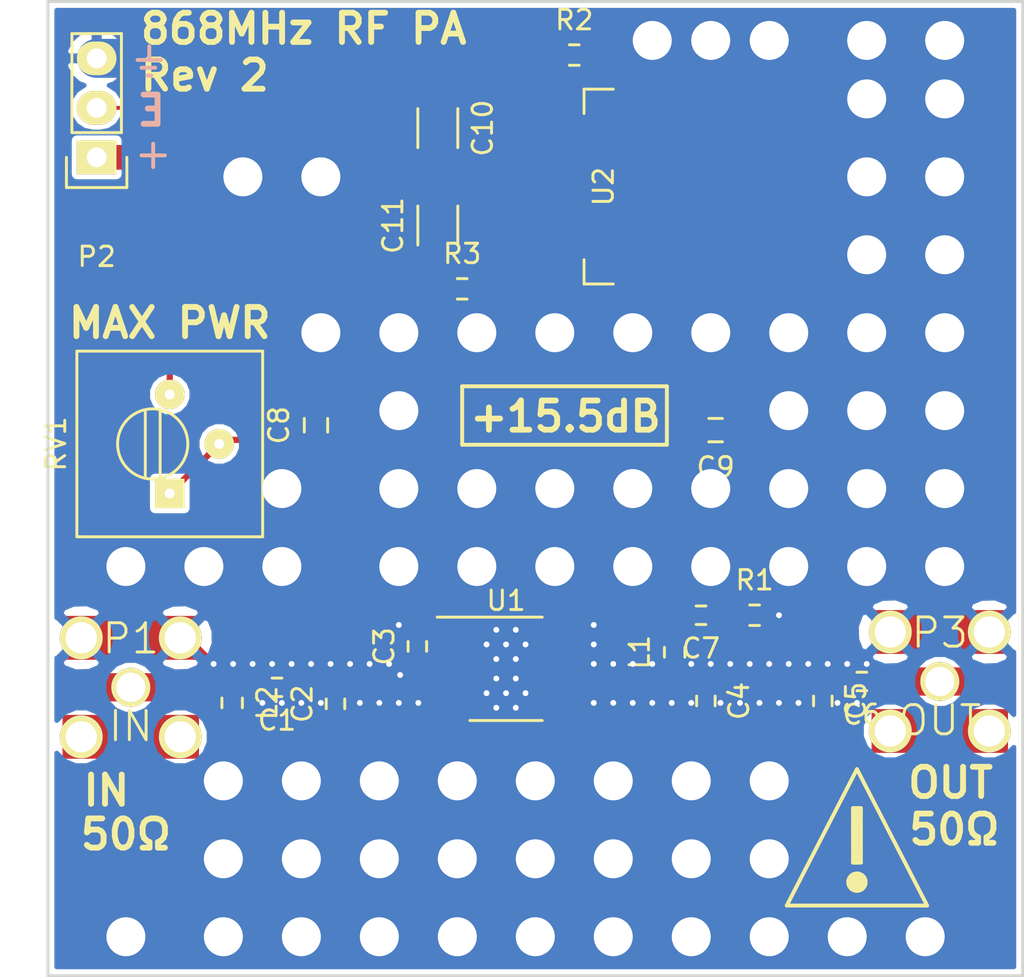
<source format=kicad_pcb>
(kicad_pcb (version 4) (host pcbnew 4.0.2-stable)

  (general
    (links 62)
    (no_connects 0)
    (area 59.924999 29.924999 110.075001 80.075001)
    (thickness 1.6)
    (drawings 60)
    (tracks 426)
    (zones 0)
    (modules 22)
    (nets 12)
  )

  (page A4)
  (layers
    (0 F.Cu signal)
    (1 In1.Cu signal)
    (2 In2.Cu signal)
    (31 B.Cu signal)
    (32 B.Adhes user)
    (33 F.Adhes user)
    (34 B.Paste user)
    (35 F.Paste user)
    (36 B.SilkS user)
    (37 F.SilkS user)
    (38 B.Mask user)
    (39 F.Mask user)
    (40 Dwgs.User user)
    (41 Cmts.User user)
    (42 Eco1.User user)
    (43 Eco2.User user)
    (44 Edge.Cuts user)
    (45 Margin user)
    (46 B.CrtYd user)
    (47 F.CrtYd user)
    (48 B.Fab user)
    (49 F.Fab user)
  )

  (setup
    (last_trace_width 0.508)
    (user_trace_width 0.18)
    (user_trace_width 0.2)
    (user_trace_width 0.32)
    (user_trace_width 0.508)
    (user_trace_width 1.27)
    (user_trace_width 2)
    (trace_clearance 0.15)
    (zone_clearance 0.254)
    (zone_45_only no)
    (trace_min 0.15)
    (segment_width 0.2)
    (edge_width 0.15)
    (via_size 0.6)
    (via_drill 0.3)
    (via_min_size 0.6)
    (via_min_drill 0.3)
    (user_via 0.8 0.5)
    (user_via 1 0.65)
    (user_via 2 1.6)
    (user_via 2.5 2)
    (uvia_size 0.3)
    (uvia_drill 0.1)
    (uvias_allowed no)
    (uvia_min_size 0.2)
    (uvia_min_drill 0.1)
    (pcb_text_width 0.3)
    (pcb_text_size 1.5 1.5)
    (mod_edge_width 0.15)
    (mod_text_size 1 1)
    (mod_text_width 0.15)
    (pad_size 1.524 1.524)
    (pad_drill 0.762)
    (pad_to_mask_clearance 0.2)
    (aux_axis_origin 0 0)
    (visible_elements FFFDFF7F)
    (pcbplotparams
      (layerselection 0x00030_80000001)
      (usegerberextensions false)
      (excludeedgelayer true)
      (linewidth 0.100000)
      (plotframeref false)
      (viasonmask false)
      (mode 1)
      (useauxorigin false)
      (hpglpennumber 1)
      (hpglpenspeed 20)
      (hpglpendiameter 15)
      (hpglpenoverlay 2)
      (psnegative false)
      (psa4output false)
      (plotreference true)
      (plotvalue true)
      (plotinvisibletext false)
      (padsonsilk false)
      (subtractmaskfromsilk false)
      (outputformat 1)
      (mirror false)
      (drillshape 1)
      (scaleselection 1)
      (outputdirectory ""))
  )

  (net 0 "")
  (net 1 "Net-(C1-Pad1)")
  (net 2 "Net-(C1-Pad2)")
  (net 3 GND)
  (net 4 "Net-(C3-Pad1)")
  (net 5 "Net-(C4-Pad1)")
  (net 6 "Net-(C6-Pad1)")
  (net 7 "Net-(C7-Pad1)")
  (net 8 +5V)
  (net 9 "Net-(C10-Pad1)")
  (net 10 "Net-(P2-Pad2)")
  (net 11 "Net-(R3-Pad2)")

  (net_class Default "This is the default net class."
    (clearance 0.15)
    (trace_width 0.15)
    (via_dia 0.6)
    (via_drill 0.3)
    (uvia_dia 0.3)
    (uvia_drill 0.1)
    (add_net +5V)
    (add_net GND)
    (add_net "Net-(C1-Pad1)")
    (add_net "Net-(C1-Pad2)")
    (add_net "Net-(C10-Pad1)")
    (add_net "Net-(C3-Pad1)")
    (add_net "Net-(C4-Pad1)")
    (add_net "Net-(C6-Pad1)")
    (add_net "Net-(C7-Pad1)")
    (add_net "Net-(P2-Pad2)")
    (add_net "Net-(R3-Pad2)")
  )

  (module Capacitors_SMD:C_0402 (layer F.Cu) (tedit 5415D599) (tstamp 57792525)
    (at 71.75 65.2 180)
    (descr "Capacitor SMD 0402, reflow soldering, AVX (see smccp.pdf)")
    (tags "capacitor 0402")
    (path /57791DD9)
    (attr smd)
    (fp_text reference C1 (at 0 -1.7 180) (layer F.SilkS)
      (effects (font (size 1 1) (thickness 0.15)))
    )
    (fp_text value 10p (at 0 1.7 180) (layer F.Fab)
      (effects (font (size 1 1) (thickness 0.15)))
    )
    (fp_line (start -1.15 -0.6) (end 1.15 -0.6) (layer F.CrtYd) (width 0.05))
    (fp_line (start -1.15 0.6) (end 1.15 0.6) (layer F.CrtYd) (width 0.05))
    (fp_line (start -1.15 -0.6) (end -1.15 0.6) (layer F.CrtYd) (width 0.05))
    (fp_line (start 1.15 -0.6) (end 1.15 0.6) (layer F.CrtYd) (width 0.05))
    (fp_line (start 0.25 -0.475) (end -0.25 -0.475) (layer F.SilkS) (width 0.15))
    (fp_line (start -0.25 0.475) (end 0.25 0.475) (layer F.SilkS) (width 0.15))
    (pad 1 smd rect (at -0.55 0 180) (size 0.6 0.5) (layers F.Cu F.Paste F.Mask)
      (net 1 "Net-(C1-Pad1)"))
    (pad 2 smd rect (at 0.55 0 180) (size 0.6 0.5) (layers F.Cu F.Paste F.Mask)
      (net 2 "Net-(C1-Pad2)"))
    (model Capacitors_SMD.3dshapes/C_0402.wrl
      (at (xyz 0 0 0))
      (scale (xyz 1 1 1))
      (rotate (xyz 0 0 0))
    )
  )

  (module Capacitors_SMD:C_0402 (layer F.Cu) (tedit 5415D599) (tstamp 5779252B)
    (at 74.75 66.05 90)
    (descr "Capacitor SMD 0402, reflow soldering, AVX (see smccp.pdf)")
    (tags "capacitor 0402")
    (path /57791E22)
    (attr smd)
    (fp_text reference C2 (at 0 -1.7 90) (layer F.SilkS)
      (effects (font (size 1 1) (thickness 0.15)))
    )
    (fp_text value 5.6p (at 0 1.7 90) (layer F.Fab)
      (effects (font (size 1 1) (thickness 0.15)))
    )
    (fp_line (start -1.15 -0.6) (end 1.15 -0.6) (layer F.CrtYd) (width 0.05))
    (fp_line (start -1.15 0.6) (end 1.15 0.6) (layer F.CrtYd) (width 0.05))
    (fp_line (start -1.15 -0.6) (end -1.15 0.6) (layer F.CrtYd) (width 0.05))
    (fp_line (start 1.15 -0.6) (end 1.15 0.6) (layer F.CrtYd) (width 0.05))
    (fp_line (start 0.25 -0.475) (end -0.25 -0.475) (layer F.SilkS) (width 0.15))
    (fp_line (start -0.25 0.475) (end 0.25 0.475) (layer F.SilkS) (width 0.15))
    (pad 1 smd rect (at -0.55 0 90) (size 0.6 0.5) (layers F.Cu F.Paste F.Mask)
      (net 3 GND))
    (pad 2 smd rect (at 0.55 0 90) (size 0.6 0.5) (layers F.Cu F.Paste F.Mask)
      (net 1 "Net-(C1-Pad1)"))
    (model Capacitors_SMD.3dshapes/C_0402.wrl
      (at (xyz 0 0 0))
      (scale (xyz 1 1 1))
      (rotate (xyz 0 0 0))
    )
  )

  (module Capacitors_SMD:C_0402 (layer F.Cu) (tedit 5415D599) (tstamp 57792531)
    (at 78.95 63.1 90)
    (descr "Capacitor SMD 0402, reflow soldering, AVX (see smccp.pdf)")
    (tags "capacitor 0402")
    (path /57792172)
    (attr smd)
    (fp_text reference C3 (at 0 -1.7 90) (layer F.SilkS)
      (effects (font (size 1 1) (thickness 0.15)))
    )
    (fp_text value 100p (at 0 1.7 90) (layer F.Fab)
      (effects (font (size 1 1) (thickness 0.15)))
    )
    (fp_line (start -1.15 -0.6) (end 1.15 -0.6) (layer F.CrtYd) (width 0.05))
    (fp_line (start -1.15 0.6) (end 1.15 0.6) (layer F.CrtYd) (width 0.05))
    (fp_line (start -1.15 -0.6) (end -1.15 0.6) (layer F.CrtYd) (width 0.05))
    (fp_line (start 1.15 -0.6) (end 1.15 0.6) (layer F.CrtYd) (width 0.05))
    (fp_line (start 0.25 -0.475) (end -0.25 -0.475) (layer F.SilkS) (width 0.15))
    (fp_line (start -0.25 0.475) (end 0.25 0.475) (layer F.SilkS) (width 0.15))
    (pad 1 smd rect (at -0.55 0 90) (size 0.6 0.5) (layers F.Cu F.Paste F.Mask)
      (net 4 "Net-(C3-Pad1)"))
    (pad 2 smd rect (at 0.55 0 90) (size 0.6 0.5) (layers F.Cu F.Paste F.Mask)
      (net 3 GND))
    (model Capacitors_SMD.3dshapes/C_0402.wrl
      (at (xyz 0 0 0))
      (scale (xyz 1 1 1))
      (rotate (xyz 0 0 0))
    )
  )

  (module Capacitors_SMD:C_0402 (layer F.Cu) (tedit 5415D599) (tstamp 57792537)
    (at 93.75 65.9 270)
    (descr "Capacitor SMD 0402, reflow soldering, AVX (see smccp.pdf)")
    (tags "capacitor 0402")
    (path /57792B21)
    (attr smd)
    (fp_text reference C4 (at 0 -1.7 270) (layer F.SilkS)
      (effects (font (size 1 1) (thickness 0.15)))
    )
    (fp_text value 2.2p (at 0 1.7 270) (layer F.Fab)
      (effects (font (size 1 1) (thickness 0.15)))
    )
    (fp_line (start -1.15 -0.6) (end 1.15 -0.6) (layer F.CrtYd) (width 0.05))
    (fp_line (start -1.15 0.6) (end 1.15 0.6) (layer F.CrtYd) (width 0.05))
    (fp_line (start -1.15 -0.6) (end -1.15 0.6) (layer F.CrtYd) (width 0.05))
    (fp_line (start 1.15 -0.6) (end 1.15 0.6) (layer F.CrtYd) (width 0.05))
    (fp_line (start 0.25 -0.475) (end -0.25 -0.475) (layer F.SilkS) (width 0.15))
    (fp_line (start -0.25 0.475) (end 0.25 0.475) (layer F.SilkS) (width 0.15))
    (pad 1 smd rect (at -0.55 0 270) (size 0.6 0.5) (layers F.Cu F.Paste F.Mask)
      (net 5 "Net-(C4-Pad1)"))
    (pad 2 smd rect (at 0.55 0 270) (size 0.6 0.5) (layers F.Cu F.Paste F.Mask)
      (net 3 GND))
    (model Capacitors_SMD.3dshapes/C_0402.wrl
      (at (xyz 0 0 0))
      (scale (xyz 1 1 1))
      (rotate (xyz 0 0 0))
    )
  )

  (module Capacitors_SMD:C_0402 (layer F.Cu) (tedit 5415D599) (tstamp 5779253D)
    (at 99.75 65.9 270)
    (descr "Capacitor SMD 0402, reflow soldering, AVX (see smccp.pdf)")
    (tags "capacitor 0402")
    (path /57792D89)
    (attr smd)
    (fp_text reference C5 (at 0 -1.7 270) (layer F.SilkS)
      (effects (font (size 1 1) (thickness 0.15)))
    )
    (fp_text value 5p (at 0 1.7 270) (layer F.Fab)
      (effects (font (size 1 1) (thickness 0.15)))
    )
    (fp_line (start -1.15 -0.6) (end 1.15 -0.6) (layer F.CrtYd) (width 0.05))
    (fp_line (start -1.15 0.6) (end 1.15 0.6) (layer F.CrtYd) (width 0.05))
    (fp_line (start -1.15 -0.6) (end -1.15 0.6) (layer F.CrtYd) (width 0.05))
    (fp_line (start 1.15 -0.6) (end 1.15 0.6) (layer F.CrtYd) (width 0.05))
    (fp_line (start 0.25 -0.475) (end -0.25 -0.475) (layer F.SilkS) (width 0.15))
    (fp_line (start -0.25 0.475) (end 0.25 0.475) (layer F.SilkS) (width 0.15))
    (pad 1 smd rect (at -0.55 0 270) (size 0.6 0.5) (layers F.Cu F.Paste F.Mask)
      (net 5 "Net-(C4-Pad1)"))
    (pad 2 smd rect (at 0.55 0 270) (size 0.6 0.5) (layers F.Cu F.Paste F.Mask)
      (net 3 GND))
    (model Capacitors_SMD.3dshapes/C_0402.wrl
      (at (xyz 0 0 0))
      (scale (xyz 1 1 1))
      (rotate (xyz 0 0 0))
    )
  )

  (module Capacitors_SMD:C_0402 (layer F.Cu) (tedit 5415D599) (tstamp 57792543)
    (at 101.75 64.9 180)
    (descr "Capacitor SMD 0402, reflow soldering, AVX (see smccp.pdf)")
    (tags "capacitor 0402")
    (path /57793771)
    (attr smd)
    (fp_text reference C6 (at 0 -1.7 180) (layer F.SilkS)
      (effects (font (size 1 1) (thickness 0.15)))
    )
    (fp_text value 5.6p (at 0 1.7 180) (layer F.Fab)
      (effects (font (size 1 1) (thickness 0.15)))
    )
    (fp_line (start -1.15 -0.6) (end 1.15 -0.6) (layer F.CrtYd) (width 0.05))
    (fp_line (start -1.15 0.6) (end 1.15 0.6) (layer F.CrtYd) (width 0.05))
    (fp_line (start -1.15 -0.6) (end -1.15 0.6) (layer F.CrtYd) (width 0.05))
    (fp_line (start 1.15 -0.6) (end 1.15 0.6) (layer F.CrtYd) (width 0.05))
    (fp_line (start 0.25 -0.475) (end -0.25 -0.475) (layer F.SilkS) (width 0.15))
    (fp_line (start -0.25 0.475) (end 0.25 0.475) (layer F.SilkS) (width 0.15))
    (pad 1 smd rect (at -0.55 0 180) (size 0.6 0.5) (layers F.Cu F.Paste F.Mask)
      (net 6 "Net-(C6-Pad1)"))
    (pad 2 smd rect (at 0.55 0 180) (size 0.6 0.5) (layers F.Cu F.Paste F.Mask)
      (net 5 "Net-(C4-Pad1)"))
    (model Capacitors_SMD.3dshapes/C_0402.wrl
      (at (xyz 0 0 0))
      (scale (xyz 1 1 1))
      (rotate (xyz 0 0 0))
    )
  )

  (module Capacitors_SMD:C_0402 (layer F.Cu) (tedit 5415D599) (tstamp 57792549)
    (at 93.5 61.5 180)
    (descr "Capacitor SMD 0402, reflow soldering, AVX (see smccp.pdf)")
    (tags "capacitor 0402")
    (path /577930F4)
    (attr smd)
    (fp_text reference C7 (at 0 -1.7 180) (layer F.SilkS)
      (effects (font (size 1 1) (thickness 0.15)))
    )
    (fp_text value 100p (at 0 1.7 180) (layer F.Fab)
      (effects (font (size 1 1) (thickness 0.15)))
    )
    (fp_line (start -1.15 -0.6) (end 1.15 -0.6) (layer F.CrtYd) (width 0.05))
    (fp_line (start -1.15 0.6) (end 1.15 0.6) (layer F.CrtYd) (width 0.05))
    (fp_line (start -1.15 -0.6) (end -1.15 0.6) (layer F.CrtYd) (width 0.05))
    (fp_line (start 1.15 -0.6) (end 1.15 0.6) (layer F.CrtYd) (width 0.05))
    (fp_line (start 0.25 -0.475) (end -0.25 -0.475) (layer F.SilkS) (width 0.15))
    (fp_line (start -0.25 0.475) (end 0.25 0.475) (layer F.SilkS) (width 0.15))
    (pad 1 smd rect (at -0.55 0 180) (size 0.6 0.5) (layers F.Cu F.Paste F.Mask)
      (net 7 "Net-(C7-Pad1)"))
    (pad 2 smd rect (at 0.55 0 180) (size 0.6 0.5) (layers F.Cu F.Paste F.Mask)
      (net 8 +5V))
    (model Capacitors_SMD.3dshapes/C_0402.wrl
      (at (xyz 0 0 0))
      (scale (xyz 1 1 1))
      (rotate (xyz 0 0 0))
    )
  )

  (module Capacitors_SMD:C_0603 (layer F.Cu) (tedit 5415D631) (tstamp 5779254F)
    (at 73.75 51.75 90)
    (descr "Capacitor SMD 0603, reflow soldering, AVX (see smccp.pdf)")
    (tags "capacitor 0603")
    (path /577922B2)
    (attr smd)
    (fp_text reference C8 (at 0 -1.9 90) (layer F.SilkS)
      (effects (font (size 1 1) (thickness 0.15)))
    )
    (fp_text value 2.2u (at 0 1.9 90) (layer F.Fab)
      (effects (font (size 1 1) (thickness 0.15)))
    )
    (fp_line (start -1.45 -0.75) (end 1.45 -0.75) (layer F.CrtYd) (width 0.05))
    (fp_line (start -1.45 0.75) (end 1.45 0.75) (layer F.CrtYd) (width 0.05))
    (fp_line (start -1.45 -0.75) (end -1.45 0.75) (layer F.CrtYd) (width 0.05))
    (fp_line (start 1.45 -0.75) (end 1.45 0.75) (layer F.CrtYd) (width 0.05))
    (fp_line (start -0.35 -0.6) (end 0.35 -0.6) (layer F.SilkS) (width 0.15))
    (fp_line (start 0.35 0.6) (end -0.35 0.6) (layer F.SilkS) (width 0.15))
    (pad 1 smd rect (at -0.75 0 90) (size 0.8 0.75) (layers F.Cu F.Paste F.Mask)
      (net 4 "Net-(C3-Pad1)"))
    (pad 2 smd rect (at 0.75 0 90) (size 0.8 0.75) (layers F.Cu F.Paste F.Mask)
      (net 3 GND))
    (model Capacitors_SMD.3dshapes/C_0603.wrl
      (at (xyz 0 0 0))
      (scale (xyz 1 1 1))
      (rotate (xyz 0 0 0))
    )
  )

  (module Capacitors_SMD:C_0603 (layer F.Cu) (tedit 5415D631) (tstamp 57792555)
    (at 94.25 52 180)
    (descr "Capacitor SMD 0603, reflow soldering, AVX (see smccp.pdf)")
    (tags "capacitor 0603")
    (path /57793425)
    (attr smd)
    (fp_text reference C9 (at 0 -1.9 180) (layer F.SilkS)
      (effects (font (size 1 1) (thickness 0.15)))
    )
    (fp_text value 2.2u (at 0 1.9 180) (layer F.Fab)
      (effects (font (size 1 1) (thickness 0.15)))
    )
    (fp_line (start -1.45 -0.75) (end 1.45 -0.75) (layer F.CrtYd) (width 0.05))
    (fp_line (start -1.45 0.75) (end 1.45 0.75) (layer F.CrtYd) (width 0.05))
    (fp_line (start -1.45 -0.75) (end -1.45 0.75) (layer F.CrtYd) (width 0.05))
    (fp_line (start 1.45 -0.75) (end 1.45 0.75) (layer F.CrtYd) (width 0.05))
    (fp_line (start -0.35 -0.6) (end 0.35 -0.6) (layer F.SilkS) (width 0.15))
    (fp_line (start 0.35 0.6) (end -0.35 0.6) (layer F.SilkS) (width 0.15))
    (pad 1 smd rect (at -0.75 0 180) (size 0.8 0.75) (layers F.Cu F.Paste F.Mask)
      (net 3 GND))
    (pad 2 smd rect (at 0.75 0 180) (size 0.8 0.75) (layers F.Cu F.Paste F.Mask)
      (net 8 +5V))
    (model Capacitors_SMD.3dshapes/C_0603.wrl
      (at (xyz 0 0 0))
      (scale (xyz 1 1 1))
      (rotate (xyz 0 0 0))
    )
  )

  (module Capacitors_SMD:C_1206 (layer F.Cu) (tedit 5415D7BD) (tstamp 5779255B)
    (at 80 36.5 270)
    (descr "Capacitor SMD 1206, reflow soldering, AVX (see smccp.pdf)")
    (tags "capacitor 1206")
    (path /57794794)
    (attr smd)
    (fp_text reference C10 (at 0 -2.3 270) (layer F.SilkS)
      (effects (font (size 1 1) (thickness 0.15)))
    )
    (fp_text value 10u (at 0 2.3 270) (layer F.Fab)
      (effects (font (size 1 1) (thickness 0.15)))
    )
    (fp_line (start -2.3 -1.15) (end 2.3 -1.15) (layer F.CrtYd) (width 0.05))
    (fp_line (start -2.3 1.15) (end 2.3 1.15) (layer F.CrtYd) (width 0.05))
    (fp_line (start -2.3 -1.15) (end -2.3 1.15) (layer F.CrtYd) (width 0.05))
    (fp_line (start 2.3 -1.15) (end 2.3 1.15) (layer F.CrtYd) (width 0.05))
    (fp_line (start 1 -1.025) (end -1 -1.025) (layer F.SilkS) (width 0.15))
    (fp_line (start -1 1.025) (end 1 1.025) (layer F.SilkS) (width 0.15))
    (pad 1 smd rect (at -1.5 0 270) (size 1 1.6) (layers F.Cu F.Paste F.Mask)
      (net 9 "Net-(C10-Pad1)"))
    (pad 2 smd rect (at 1.5 0 270) (size 1 1.6) (layers F.Cu F.Paste F.Mask)
      (net 3 GND))
    (model Capacitors_SMD.3dshapes/C_1206.wrl
      (at (xyz 0 0 0))
      (scale (xyz 1 1 1))
      (rotate (xyz 0 0 0))
    )
  )

  (module Capacitors_SMD:C_1206 (layer F.Cu) (tedit 5415D7BD) (tstamp 57792561)
    (at 80 41.5 90)
    (descr "Capacitor SMD 1206, reflow soldering, AVX (see smccp.pdf)")
    (tags "capacitor 1206")
    (path /577950BF)
    (attr smd)
    (fp_text reference C11 (at 0 -2.3 90) (layer F.SilkS)
      (effects (font (size 1 1) (thickness 0.15)))
    )
    (fp_text value 10u (at 0 2.3 90) (layer F.Fab)
      (effects (font (size 1 1) (thickness 0.15)))
    )
    (fp_line (start -2.3 -1.15) (end 2.3 -1.15) (layer F.CrtYd) (width 0.05))
    (fp_line (start -2.3 1.15) (end 2.3 1.15) (layer F.CrtYd) (width 0.05))
    (fp_line (start -2.3 -1.15) (end -2.3 1.15) (layer F.CrtYd) (width 0.05))
    (fp_line (start 2.3 -1.15) (end 2.3 1.15) (layer F.CrtYd) (width 0.05))
    (fp_line (start 1 -1.025) (end -1 -1.025) (layer F.SilkS) (width 0.15))
    (fp_line (start -1 1.025) (end 1 1.025) (layer F.SilkS) (width 0.15))
    (pad 1 smd rect (at -1.5 0 90) (size 1 1.6) (layers F.Cu F.Paste F.Mask)
      (net 8 +5V))
    (pad 2 smd rect (at 1.5 0 90) (size 1 1.6) (layers F.Cu F.Paste F.Mask)
      (net 3 GND))
    (model Capacitors_SMD.3dshapes/C_1206.wrl
      (at (xyz 0 0 0))
      (scale (xyz 1 1 1))
      (rotate (xyz 0 0 0))
    )
  )

  (module Resistors_SMD:R_0402 (layer F.Cu) (tedit 5415CBB8) (tstamp 57792567)
    (at 92.15 63.4 90)
    (descr "Resistor SMD 0402, reflow soldering, Vishay (see dcrcw.pdf)")
    (tags "resistor 0402")
    (path /57792FBA)
    (attr smd)
    (fp_text reference L1 (at 0 -1.8 90) (layer F.SilkS)
      (effects (font (size 1 1) (thickness 0.15)))
    )
    (fp_text value 20n (at 0 1.8 90) (layer F.Fab)
      (effects (font (size 1 1) (thickness 0.15)))
    )
    (fp_line (start -0.95 -0.65) (end 0.95 -0.65) (layer F.CrtYd) (width 0.05))
    (fp_line (start -0.95 0.65) (end 0.95 0.65) (layer F.CrtYd) (width 0.05))
    (fp_line (start -0.95 -0.65) (end -0.95 0.65) (layer F.CrtYd) (width 0.05))
    (fp_line (start 0.95 -0.65) (end 0.95 0.65) (layer F.CrtYd) (width 0.05))
    (fp_line (start 0.25 -0.525) (end -0.25 -0.525) (layer F.SilkS) (width 0.15))
    (fp_line (start -0.25 0.525) (end 0.25 0.525) (layer F.SilkS) (width 0.15))
    (pad 1 smd rect (at -0.45 0 90) (size 0.4 0.6) (layers F.Cu F.Paste F.Mask)
      (net 5 "Net-(C4-Pad1)"))
    (pad 2 smd rect (at 0.45 0 90) (size 0.4 0.6) (layers F.Cu F.Paste F.Mask)
      (net 8 +5V))
    (model Resistors_SMD.3dshapes/R_0402.wrl
      (at (xyz 0 0 0))
      (scale (xyz 1 1 1))
      (rotate (xyz 0 0 0))
    )
  )

  (module Resistors_SMD:R_0402 (layer F.Cu) (tedit 5415CBB8) (tstamp 5779256D)
    (at 69.45 66 270)
    (descr "Resistor SMD 0402, reflow soldering, Vishay (see dcrcw.pdf)")
    (tags "resistor 0402")
    (path /57791D80)
    (attr smd)
    (fp_text reference L2 (at 0 -1.8 270) (layer F.SilkS)
      (effects (font (size 1 1) (thickness 0.15)))
    )
    (fp_text value 20n (at 0 1.8 270) (layer F.Fab)
      (effects (font (size 1 1) (thickness 0.15)))
    )
    (fp_line (start -0.95 -0.65) (end 0.95 -0.65) (layer F.CrtYd) (width 0.05))
    (fp_line (start -0.95 0.65) (end 0.95 0.65) (layer F.CrtYd) (width 0.05))
    (fp_line (start -0.95 -0.65) (end -0.95 0.65) (layer F.CrtYd) (width 0.05))
    (fp_line (start 0.95 -0.65) (end 0.95 0.65) (layer F.CrtYd) (width 0.05))
    (fp_line (start 0.25 -0.525) (end -0.25 -0.525) (layer F.SilkS) (width 0.15))
    (fp_line (start -0.25 0.525) (end 0.25 0.525) (layer F.SilkS) (width 0.15))
    (pad 1 smd rect (at -0.45 0 270) (size 0.4 0.6) (layers F.Cu F.Paste F.Mask)
      (net 2 "Net-(C1-Pad2)"))
    (pad 2 smd rect (at 0.45 0 270) (size 0.4 0.6) (layers F.Cu F.Paste F.Mask)
      (net 3 GND))
    (model Resistors_SMD.3dshapes/R_0402.wrl
      (at (xyz 0 0 0))
      (scale (xyz 1 1 1))
      (rotate (xyz 0 0 0))
    )
  )

  (module "Custom Parts:RFcon" (layer F.Cu) (tedit 55AE1673) (tstamp 57792579)
    (at 64.25 65.2)
    (path /57791C9C)
    (fp_text reference P1 (at 0 -2.5) (layer F.SilkS)
      (effects (font (size 1.5 1.5) (thickness 0.15)))
    )
    (fp_text value IN (at 0 2) (layer F.SilkS)
      (effects (font (size 1.5 1.5) (thickness 0.15)))
    )
    (pad 1 smd rect (at 0 0) (size 5 1.45) (layers F.Cu F.Paste F.Mask)
      (net 2 "Net-(C1-Pad2)"))
    (pad 2 smd rect (at 0 2.54) (size 7 2.25) (layers F.Cu F.Paste F.Mask)
      (net 3 GND))
    (pad 2 smd rect (at 0 -2.54) (size 7 2.25) (layers F.Cu F.Paste F.Mask)
      (net 3 GND))
    (pad 1 thru_hole circle (at 0 0) (size 2 2) (drill 1.5) (layers *.Cu *.Mask F.SilkS)
      (net 2 "Net-(C1-Pad2)"))
    (pad 2 thru_hole circle (at 2.54 -2.54) (size 2.2 2.2) (drill 1.6) (layers *.Cu *.Mask F.SilkS)
      (net 3 GND))
    (pad 2 thru_hole circle (at -2.54 -2.54) (size 2.2 2.2) (drill 1.6) (layers *.Cu *.Mask F.SilkS)
      (net 3 GND))
    (pad 3 thru_hole circle (at 2.54 2.54) (size 2.2 2.2) (drill 1.6) (layers *.Cu *.Mask F.SilkS))
    (pad 4 thru_hole circle (at -2.54 2.54) (size 2.2 2.2) (drill 1.6) (layers *.Cu *.Mask F.SilkS))
  )

  (module Pin_Headers:Pin_Header_Straight_1x03 (layer F.Cu) (tedit 0) (tstamp 57792580)
    (at 62.5 38 180)
    (descr "Through hole pin header")
    (tags "pin header")
    (path /57794961)
    (fp_text reference P2 (at 0 -5.1 180) (layer F.SilkS)
      (effects (font (size 1 1) (thickness 0.15)))
    )
    (fp_text value CONN_01X03 (at 0 -3.1 180) (layer F.Fab)
      (effects (font (size 1 1) (thickness 0.15)))
    )
    (fp_line (start -1.75 -1.75) (end -1.75 6.85) (layer F.CrtYd) (width 0.05))
    (fp_line (start 1.75 -1.75) (end 1.75 6.85) (layer F.CrtYd) (width 0.05))
    (fp_line (start -1.75 -1.75) (end 1.75 -1.75) (layer F.CrtYd) (width 0.05))
    (fp_line (start -1.75 6.85) (end 1.75 6.85) (layer F.CrtYd) (width 0.05))
    (fp_line (start -1.27 1.27) (end -1.27 6.35) (layer F.SilkS) (width 0.15))
    (fp_line (start -1.27 6.35) (end 1.27 6.35) (layer F.SilkS) (width 0.15))
    (fp_line (start 1.27 6.35) (end 1.27 1.27) (layer F.SilkS) (width 0.15))
    (fp_line (start 1.55 -1.55) (end 1.55 0) (layer F.SilkS) (width 0.15))
    (fp_line (start 1.27 1.27) (end -1.27 1.27) (layer F.SilkS) (width 0.15))
    (fp_line (start -1.55 0) (end -1.55 -1.55) (layer F.SilkS) (width 0.15))
    (fp_line (start -1.55 -1.55) (end 1.55 -1.55) (layer F.SilkS) (width 0.15))
    (pad 1 thru_hole rect (at 0 0 180) (size 2.032 1.7272) (drill 1.016) (layers *.Cu *.Mask F.SilkS)
      (net 9 "Net-(C10-Pad1)"))
    (pad 2 thru_hole oval (at 0 2.54 180) (size 2.032 1.7272) (drill 1.016) (layers *.Cu *.Mask F.SilkS)
      (net 10 "Net-(P2-Pad2)"))
    (pad 3 thru_hole oval (at 0 5.08 180) (size 2.032 1.7272) (drill 1.016) (layers *.Cu *.Mask F.SilkS)
      (net 3 GND))
    (model Pin_Headers.3dshapes/Pin_Header_Straight_1x03.wrl
      (at (xyz 0 -0.1 0))
      (scale (xyz 1 1 1))
      (rotate (xyz 0 0 90))
    )
  )

  (module "Custom Parts:RFcon" (layer F.Cu) (tedit 55AE1673) (tstamp 5779258C)
    (at 105.75 64.9)
    (path /57793A14)
    (fp_text reference P3 (at 0 -2.5) (layer F.SilkS)
      (effects (font (size 1.5 1.5) (thickness 0.15)))
    )
    (fp_text value OUT (at 0 2) (layer F.SilkS)
      (effects (font (size 1.5 1.5) (thickness 0.15)))
    )
    (pad 1 smd rect (at 0 0) (size 5 1.45) (layers F.Cu F.Paste F.Mask)
      (net 6 "Net-(C6-Pad1)"))
    (pad 2 smd rect (at 0 2.54) (size 7 2.25) (layers F.Cu F.Paste F.Mask)
      (net 3 GND))
    (pad 2 smd rect (at 0 -2.54) (size 7 2.25) (layers F.Cu F.Paste F.Mask)
      (net 3 GND))
    (pad 1 thru_hole circle (at 0 0) (size 2 2) (drill 1.5) (layers *.Cu *.Mask F.SilkS)
      (net 6 "Net-(C6-Pad1)"))
    (pad 2 thru_hole circle (at 2.54 -2.54) (size 2.2 2.2) (drill 1.6) (layers *.Cu *.Mask F.SilkS)
      (net 3 GND))
    (pad 2 thru_hole circle (at -2.54 -2.54) (size 2.2 2.2) (drill 1.6) (layers *.Cu *.Mask F.SilkS)
      (net 3 GND))
    (pad 3 thru_hole circle (at 2.54 2.54) (size 2.2 2.2) (drill 1.6) (layers *.Cu *.Mask F.SilkS))
    (pad 4 thru_hole circle (at -2.54 2.54) (size 2.2 2.2) (drill 1.6) (layers *.Cu *.Mask F.SilkS))
  )

  (module Resistors_SMD:R_0402 (layer F.Cu) (tedit 5415CBB8) (tstamp 57792592)
    (at 96.25 61.5)
    (descr "Resistor SMD 0402, reflow soldering, Vishay (see dcrcw.pdf)")
    (tags "resistor 0402")
    (path /5779327A)
    (attr smd)
    (fp_text reference R1 (at 0 -1.8) (layer F.SilkS)
      (effects (font (size 1 1) (thickness 0.15)))
    )
    (fp_text value 5.6 (at 0 1.8) (layer F.Fab)
      (effects (font (size 1 1) (thickness 0.15)))
    )
    (fp_line (start -0.95 -0.65) (end 0.95 -0.65) (layer F.CrtYd) (width 0.05))
    (fp_line (start -0.95 0.65) (end 0.95 0.65) (layer F.CrtYd) (width 0.05))
    (fp_line (start -0.95 -0.65) (end -0.95 0.65) (layer F.CrtYd) (width 0.05))
    (fp_line (start 0.95 -0.65) (end 0.95 0.65) (layer F.CrtYd) (width 0.05))
    (fp_line (start 0.25 -0.525) (end -0.25 -0.525) (layer F.SilkS) (width 0.15))
    (fp_line (start -0.25 0.525) (end 0.25 0.525) (layer F.SilkS) (width 0.15))
    (pad 1 smd rect (at -0.45 0) (size 0.4 0.6) (layers F.Cu F.Paste F.Mask)
      (net 7 "Net-(C7-Pad1)"))
    (pad 2 smd rect (at 0.45 0) (size 0.4 0.6) (layers F.Cu F.Paste F.Mask)
      (net 3 GND))
    (model Resistors_SMD.3dshapes/R_0402.wrl
      (at (xyz 0 0 0))
      (scale (xyz 1 1 1))
      (rotate (xyz 0 0 0))
    )
  )

  (module Resistors_SMD:R_0402 (layer F.Cu) (tedit 5415CBB8) (tstamp 57792598)
    (at 87 32.75)
    (descr "Resistor SMD 0402, reflow soldering, Vishay (see dcrcw.pdf)")
    (tags "resistor 0402")
    (path /577945AD)
    (attr smd)
    (fp_text reference R2 (at 0 -1.8) (layer F.SilkS)
      (effects (font (size 1 1) (thickness 0.15)))
    )
    (fp_text value 10k (at 0 1.8) (layer F.Fab)
      (effects (font (size 1 1) (thickness 0.15)))
    )
    (fp_line (start -0.95 -0.65) (end 0.95 -0.65) (layer F.CrtYd) (width 0.05))
    (fp_line (start -0.95 0.65) (end 0.95 0.65) (layer F.CrtYd) (width 0.05))
    (fp_line (start -0.95 -0.65) (end -0.95 0.65) (layer F.CrtYd) (width 0.05))
    (fp_line (start 0.95 -0.65) (end 0.95 0.65) (layer F.CrtYd) (width 0.05))
    (fp_line (start 0.25 -0.525) (end -0.25 -0.525) (layer F.SilkS) (width 0.15))
    (fp_line (start -0.25 0.525) (end 0.25 0.525) (layer F.SilkS) (width 0.15))
    (pad 1 smd rect (at -0.45 0) (size 0.4 0.6) (layers F.Cu F.Paste F.Mask)
      (net 10 "Net-(P2-Pad2)"))
    (pad 2 smd rect (at 0.45 0) (size 0.4 0.6) (layers F.Cu F.Paste F.Mask)
      (net 3 GND))
    (model Resistors_SMD.3dshapes/R_0402.wrl
      (at (xyz 0 0 0))
      (scale (xyz 1 1 1))
      (rotate (xyz 0 0 0))
    )
  )

  (module Resistors_SMD:R_0402 (layer F.Cu) (tedit 5415CBB8) (tstamp 5779259E)
    (at 81.25 44.75)
    (descr "Resistor SMD 0402, reflow soldering, Vishay (see dcrcw.pdf)")
    (tags "resistor 0402")
    (path /57794CBA)
    (attr smd)
    (fp_text reference R3 (at 0 -1.8) (layer F.SilkS)
      (effects (font (size 1 1) (thickness 0.15)))
    )
    (fp_text value 10k (at 0 1.8) (layer F.Fab)
      (effects (font (size 1 1) (thickness 0.15)))
    )
    (fp_line (start -0.95 -0.65) (end 0.95 -0.65) (layer F.CrtYd) (width 0.05))
    (fp_line (start -0.95 0.65) (end 0.95 0.65) (layer F.CrtYd) (width 0.05))
    (fp_line (start -0.95 -0.65) (end -0.95 0.65) (layer F.CrtYd) (width 0.05))
    (fp_line (start 0.95 -0.65) (end 0.95 0.65) (layer F.CrtYd) (width 0.05))
    (fp_line (start 0.25 -0.525) (end -0.25 -0.525) (layer F.SilkS) (width 0.15))
    (fp_line (start -0.25 0.525) (end 0.25 0.525) (layer F.SilkS) (width 0.15))
    (pad 1 smd rect (at -0.45 0) (size 0.4 0.6) (layers F.Cu F.Paste F.Mask)
      (net 8 +5V))
    (pad 2 smd rect (at 0.45 0) (size 0.4 0.6) (layers F.Cu F.Paste F.Mask)
      (net 11 "Net-(R3-Pad2)"))
    (model Resistors_SMD.3dshapes/R_0402.wrl
      (at (xyz 0 0 0))
      (scale (xyz 1 1 1))
      (rotate (xyz 0 0 0))
    )
  )

  (module Potentiometers:Potentiometer_Trimmer-Suntan-TSR-3386P (layer F.Cu) (tedit 53F6A994) (tstamp 577925A5)
    (at 66.25 55.25 90)
    (path /5779242B)
    (fp_text reference RV1 (at 2.54 -5.842 90) (layer F.SilkS)
      (effects (font (size 1 1) (thickness 0.15)))
    )
    (fp_text value POT (at 2.54 6.096 90) (layer F.Fab)
      (effects (font (size 1 1) (thickness 0.15)))
    )
    (fp_line (start 0.84 -1.255) (end 4.24 -1.255) (layer F.SilkS) (width 0.15))
    (fp_line (start 0.84 -0.495) (end 4.24 -0.495) (layer F.SilkS) (width 0.15))
    (fp_line (start -2.225 -4.765) (end 7.305 -4.765) (layer F.SilkS) (width 0.15))
    (fp_line (start 7.305 -4.765) (end 7.305 4.765) (layer F.SilkS) (width 0.15))
    (fp_line (start 7.305 4.765) (end -2.225 4.765) (layer F.SilkS) (width 0.15))
    (fp_line (start -2.225 4.765) (end -2.225 -4.765) (layer F.SilkS) (width 0.15))
    (fp_circle (center 2.54 -0.875) (end 4.115 0) (layer F.SilkS) (width 0.15))
    (pad 3 thru_hole circle (at 5.08 0 90) (size 1.51 1.51) (drill 0.51) (layers *.Cu *.Mask F.SilkS)
      (net 8 +5V))
    (pad 1 thru_hole rect (at 0 0 90) (size 1.51 1.51) (drill 0.51) (layers *.Cu *.Mask F.SilkS)
      (net 4 "Net-(C3-Pad1)"))
    (pad 2 thru_hole circle (at 2.54 2.54 90) (size 1.51 1.51) (drill 0.51) (layers *.Cu *.Mask F.SilkS)
      (net 4 "Net-(C3-Pad1)"))
  )

  (module "Custom Parts:QSOP-16EP_3.9x4.9mm_Pitch0.635mm" (layer F.Cu) (tedit 5779235B) (tstamp 577925BA)
    (at 83.5 64.25)
    (descr "16-Lead Plastic Shrink Small Outline Narrow Body (QR)-.150\" Body [QSOP] (see Microchip Packaging Specification 00000049BS.pdf)")
    (tags "SSOP 0.635")
    (path /57792A87)
    (attr smd)
    (fp_text reference U1 (at 0 -3.5) (layer F.SilkS)
      (effects (font (size 1 1) (thickness 0.15)))
    )
    (fp_text value HMC452QS16GE (at 0 3.5) (layer F.Fab)
      (effects (font (size 1 1) (thickness 0.15)))
    )
    (fp_line (start -3.7 -2.75) (end -3.7 2.75) (layer F.CrtYd) (width 0.05))
    (fp_line (start 3.7 -2.75) (end 3.7 2.75) (layer F.CrtYd) (width 0.05))
    (fp_line (start -3.7 -2.75) (end 3.7 -2.75) (layer F.CrtYd) (width 0.05))
    (fp_line (start -3.7 2.75) (end 3.7 2.75) (layer F.CrtYd) (width 0.05))
    (fp_line (start -1.8543 2.6525) (end 1.8543 2.6525) (layer F.SilkS) (width 0.15))
    (fp_line (start -3.5293 -2.6525) (end 1.8543 -2.6525) (layer F.SilkS) (width 0.15))
    (pad 1 smd rect (at -2.6543 -2.2225) (size 1.6 0.41) (layers F.Cu F.Paste F.Mask)
      (net 3 GND))
    (pad 2 smd rect (at -2.6543 -1.5875) (size 1.6 0.41) (layers F.Cu F.Paste F.Mask)
      (net 3 GND))
    (pad 3 smd rect (at -2.6543 -0.9525) (size 1.6 0.41) (layers F.Cu F.Paste F.Mask)
      (net 4 "Net-(C3-Pad1)"))
    (pad 4 smd rect (at -2.6543 -0.3175) (size 1.6 0.41) (layers F.Cu F.Paste F.Mask)
      (net 3 GND))
    (pad 5 smd rect (at -2.6543 0.3175) (size 1.6 0.41) (layers F.Cu F.Paste F.Mask)
      (net 3 GND))
    (pad 6 smd rect (at -2.6543 0.9525) (size 1.6 0.41) (layers F.Cu F.Paste F.Mask)
      (net 1 "Net-(C1-Pad1)"))
    (pad 7 smd rect (at -2.6543 1.5875) (size 1.6 0.41) (layers F.Cu F.Paste F.Mask)
      (net 3 GND))
    (pad 8 smd rect (at -2.6543 2.2225) (size 1.6 0.41) (layers F.Cu F.Paste F.Mask)
      (net 3 GND))
    (pad 9 smd rect (at 2.6543 2.2225) (size 1.6 0.41) (layers F.Cu F.Paste F.Mask)
      (net 3 GND))
    (pad 10 smd rect (at 2.6543 1.5875) (size 1.6 0.41) (layers F.Cu F.Paste F.Mask)
      (net 3 GND))
    (pad 11 smd rect (at 2.6543 0.9525) (size 1.6 0.41) (layers F.Cu F.Paste F.Mask)
      (net 5 "Net-(C4-Pad1)"))
    (pad 12 smd rect (at 2.6543 0.3175) (size 1.6 0.41) (layers F.Cu F.Paste F.Mask)
      (net 5 "Net-(C4-Pad1)"))
    (pad 13 smd rect (at 2.6543 -0.3175) (size 1.6 0.41) (layers F.Cu F.Paste F.Mask)
      (net 3 GND))
    (pad 14 smd rect (at 2.6543 -0.9525) (size 1.6 0.41) (layers F.Cu F.Paste F.Mask)
      (net 3 GND))
    (pad 15 smd rect (at 2.6543 -1.5875) (size 1.6 0.41) (layers F.Cu F.Paste F.Mask)
      (net 3 GND))
    (pad 16 smd rect (at 2.6543 -2.2225) (size 1.6 0.41) (layers F.Cu F.Paste F.Mask)
      (net 3 GND))
    (pad 17 smd rect (at 0 0) (size 1.85 2.4) (layers F.Cu F.Paste F.Mask)
      (net 3 GND))
    (model Housings_SSOP.3dshapes/QSOP-16_3.9x4.9mm_Pitch0.635mm.wrl
      (at (xyz 0 0 0))
      (scale (xyz 1 1 1))
      (rotate (xyz 0 0 0))
    )
  )

  (module TO_SOT_Packages_SMD:TO-263-5Lead (layer F.Cu) (tedit 55D39254) (tstamp 577925C4)
    (at 85 39.5)
    (descr "D2PAK / TO-263 3-lead smd package")
    (tags "D2PAK D2PAK-3 TO-263AB TO-263")
    (path /577943C8)
    (attr smd)
    (fp_text reference U2 (at 3.5 0 90) (layer F.SilkS)
      (effects (font (size 1 1) (thickness 0.15)))
    )
    (fp_text value MCP1826-DDPAK (at 15.25 -0.25 90) (layer F.Fab)
      (effects (font (size 1 1) (thickness 0.15)))
    )
    (fp_line (start 14.1 5.65) (end -2.55 5.65) (layer F.CrtYd) (width 0.05))
    (fp_line (start 14.1 -5.65) (end 14.1 5.65) (layer F.CrtYd) (width 0.05))
    (fp_line (start 14.1 -5.65) (end -2.55 -5.65) (layer F.CrtYd) (width 0.05))
    (fp_line (start -2.55 -5.65) (end -2.55 5.65) (layer F.CrtYd) (width 0.05))
    (fp_line (start 2.5 5) (end 2.5 3.75) (layer F.SilkS) (width 0.15))
    (fp_line (start 2.5 5) (end 4 5) (layer F.SilkS) (width 0.15))
    (fp_line (start 2.5 -5) (end 4 -5) (layer F.SilkS) (width 0.15))
    (fp_line (start 2.5 -5) (end 2.5 -3.75) (layer F.SilkS) (width 0.15))
    (pad 5 smd rect (at 0 3.4) (size 4.6 1.1) (layers F.Cu F.Paste F.Mask)
      (net 11 "Net-(R3-Pad2)"))
    (pad 4 smd rect (at 0 1.7) (size 4.6 1.1) (layers F.Cu F.Paste F.Mask)
      (net 8 +5V))
    (pad 2 smd rect (at 0 -1.7) (size 4.6 1.1) (layers F.Cu F.Paste F.Mask)
      (net 9 "Net-(C10-Pad1)"))
    (pad 3 smd rect (at 9.15 0) (size 9.4 10.8) (layers F.Cu F.Paste F.Mask)
      (net 3 GND))
    (pad 3 smd rect (at 0 0) (size 4.6 1.1) (layers F.Cu F.Paste F.Mask)
      (net 3 GND))
    (pad 1 smd rect (at 0 -3.4) (size 4.6 1.1) (layers F.Cu F.Paste F.Mask)
      (net 10 "Net-(P2-Pad2)"))
    (model TO_SOT_Packages_SMD.3dshapes/TO-263-5Lead.wrl
      (at (xyz 0 0 0))
      (scale (xyz 1 1 1))
      (rotate (xyz 0 0 90))
    )
  )

  (gr_text 50Ω (at 64 72.75) (layer F.SilkS)
    (effects (font (size 1.5 1.5) (thickness 0.3)))
  )
  (gr_text 50Ω (at 106.5 72.5) (layer F.SilkS)
    (effects (font (size 1.5 1.5) (thickness 0.3)))
  )
  (gr_line (start 81.25 49.75) (end 81.25 52.75) (angle 90) (layer F.SilkS) (width 0.2))
  (gr_line (start 91.75 49.75) (end 81.25 49.75) (angle 90) (layer F.SilkS) (width 0.2))
  (gr_line (start 91.75 52.75) (end 91.75 49.75) (angle 90) (layer F.SilkS) (width 0.2))
  (gr_line (start 91.25 52.75) (end 91.75 52.75) (angle 90) (layer F.SilkS) (width 0.2))
  (gr_line (start 81.25 52.75) (end 91.25 52.75) (angle 90) (layer F.SilkS) (width 0.2))
  (gr_text +15.5dB (at 86.55 51.3) (layer F.SilkS)
    (effects (font (size 1.5 1.5) (thickness 0.3)))
  )
  (gr_line (start 64.8 37.9) (end 64.9 37.9) (angle 90) (layer B.SilkS) (width 0.2))
  (gr_line (start 65.4 37.3) (end 65.4 38.5) (angle 90) (layer B.SilkS) (width 0.2))
  (gr_line (start 64.9 37.9) (end 66 37.9) (angle 90) (layer B.SilkS) (width 0.2))
  (gr_text E (at 65.3 35.6) (layer B.SilkS)
    (effects (font (size 1.5 1.5) (thickness 0.3)) (justify mirror))
  )
  (gr_line (start 65.1 33.8) (end 65.3 33.8) (angle 90) (layer B.SilkS) (width 0.2))
  (gr_line (start 64.8 33.4) (end 65.5 33.4) (angle 90) (layer B.SilkS) (width 0.2))
  (gr_line (start 65.2 33) (end 65.8 33) (angle 90) (layer B.SilkS) (width 0.2))
  (gr_line (start 65.2 33) (end 64.6 33) (angle 90) (layer B.SilkS) (width 0.2))
  (gr_line (start 65.2 32.3) (end 65.2 33) (angle 90) (layer B.SilkS) (width 0.2))
  (gr_text "MAX PWR" (at 66.25 46.5) (layer F.SilkS)
    (effects (font (size 1.5 1.5) (thickness 0.3)))
  )
  (gr_text IN (at 63 70.5) (layer F.SilkS)
    (effects (font (size 1.5 1.5) (thickness 0.3)))
  )
  (gr_text OUT (at 106.3 70.1) (layer F.SilkS)
    (effects (font (size 1.5 1.5) (thickness 0.3)))
  )
  (gr_line (start 101.5 69.4) (end 105.1 76.4) (angle 90) (layer F.SilkS) (width 0.2))
  (gr_line (start 97.9 76.4) (end 101.5 69.4) (angle 90) (layer F.SilkS) (width 0.2))
  (gr_line (start 98.1 76.4) (end 97.9 76.4) (angle 90) (layer F.SilkS) (width 0.2))
  (gr_line (start 104.9 76.4) (end 105.1 76.4) (angle 90) (layer F.SilkS) (width 0.2))
  (gr_line (start 98.1 76.4) (end 104.9 76.4) (angle 90) (layer F.SilkS) (width 0.2))
  (gr_line (start 101.5 75) (end 101.5 75.2) (angle 90) (layer F.SilkS) (width 0.2))
  (gr_circle (center 101.5 75.2) (end 101.7 75.2) (layer F.SilkS) (width 0.2))
  (gr_circle (center 101.5 75.2) (end 101.7 75.2) (layer F.SilkS) (width 0.2))
  (gr_circle (center 101.5 75.2) (end 101.9 75) (layer F.SilkS) (width 0.2))
  (gr_circle (center 101.5 75.2) (end 101.7 75.2) (layer F.SilkS) (width 0.2))
  (gr_circle (center 101.5 75.2) (end 101.5 75) (layer F.SilkS) (width 0.2))
  (gr_circle (center 101.5 75.2) (end 101.7 75) (layer F.SilkS) (width 0.2))
  (gr_line (start 101.3 71.6) (end 101.5 71.6) (angle 90) (layer F.SilkS) (width 0.2))
  (gr_line (start 101.5 71.8) (end 101.3 71.6) (angle 90) (layer F.SilkS) (width 0.2))
  (gr_line (start 101.3 71.8) (end 101.5 71.8) (angle 90) (layer F.SilkS) (width 0.2))
  (gr_line (start 101.5 72) (end 101.3 71.8) (angle 90) (layer F.SilkS) (width 0.2))
  (gr_line (start 101.3 72.2) (end 101.5 72) (angle 90) (layer F.SilkS) (width 0.2))
  (gr_line (start 101.5 72.2) (end 101.3 72.2) (angle 90) (layer F.SilkS) (width 0.2))
  (gr_line (start 101.3 72.4) (end 101.5 72.2) (angle 90) (layer F.SilkS) (width 0.2))
  (gr_line (start 101.5 72.6) (end 101.3 72.4) (angle 90) (layer F.SilkS) (width 0.2))
  (gr_line (start 101.3 72.6) (end 101.5 72.6) (angle 90) (layer F.SilkS) (width 0.2))
  (gr_line (start 101.5 72.8) (end 101.3 72.6) (angle 90) (layer F.SilkS) (width 0.2))
  (gr_line (start 101.3 73) (end 101.5 72.8) (angle 90) (layer F.SilkS) (width 0.2))
  (gr_line (start 101.5 73.2) (end 101.3 73) (angle 90) (layer F.SilkS) (width 0.2))
  (gr_line (start 101.3 73.4) (end 101.5 73.2) (angle 90) (layer F.SilkS) (width 0.2))
  (gr_line (start 101.5 73.6) (end 101.3 73.4) (angle 90) (layer F.SilkS) (width 0.2))
  (gr_line (start 101.3 74) (end 101.5 73.6) (angle 90) (layer F.SilkS) (width 0.2))
  (gr_line (start 101.3 74.2) (end 101.7 73.8) (angle 90) (layer F.SilkS) (width 0.2))
  (gr_line (start 101.5 74.2) (end 101.5 71.4) (angle 90) (layer F.SilkS) (width 0.2))
  (gr_line (start 101.7 71.4) (end 101.3 71.4) (angle 90) (layer F.SilkS) (width 0.2))
  (gr_line (start 101.7 74.2) (end 101.7 71.4) (angle 90) (layer F.SilkS) (width 0.2))
  (gr_line (start 101.5 74.2) (end 101.7 74.2) (angle 90) (layer F.SilkS) (width 0.2))
  (gr_line (start 101.3 71.4) (end 101.3 74.2) (angle 90) (layer F.SilkS) (width 0.2))
  (gr_line (start 101.5 74.2) (end 101.3 74.2) (angle 90) (layer F.SilkS) (width 0.2))
  (gr_text "Rev 2" (at 64.6 33.8) (layer F.SilkS)
    (effects (font (size 1.5 1.5) (thickness 0.3)) (justify left))
  )
  (gr_text "868MHz RF PA" (at 64.6 31.4) (layer F.SilkS)
    (effects (font (size 1.5 1.5) (thickness 0.3)) (justify left))
  )
  (gr_line (start 60 80) (end 60 30) (angle 90) (layer Edge.Cuts) (width 0.15))
  (gr_line (start 110 80) (end 60 80) (angle 90) (layer Edge.Cuts) (width 0.15))
  (gr_line (start 110 30) (end 110 80) (angle 90) (layer Edge.Cuts) (width 0.15))
  (gr_line (start 60 30) (end 110 30) (angle 90) (layer Edge.Cuts) (width 0.15))

  (segment (start 74.2 65.2025) (end 74.95 65.2025) (width 0.32) (layer F.Cu) (net 1))
  (segment (start 74.75 65.5) (end 74.75 65.4025) (width 0.32) (layer F.Cu) (net 1))
  (segment (start 72.3025 65.2025) (end 74.2 65.2025) (width 0.32) (layer F.Cu) (net 1))
  (segment (start 74.2 65.2025) (end 74.2525 65.2025) (width 0.32) (layer F.Cu) (net 1) (tstamp 57794DD7))
  (segment (start 74.95 65.2025) (end 80.8457 65.2025) (width 0.32) (layer F.Cu) (net 1) (tstamp 57794DC5))
  (segment (start 72.3025 65.2025) (end 72.3 65.2) (width 0.32) (layer F.Cu) (net 1) (tstamp 57794D8F))
  (segment (start 69.45 65.55) (end 69.45 65.4) (width 0.32) (layer F.Cu) (net 2))
  (segment (start 69.45 65.4) (end 69.65 65.2) (width 0.32) (layer F.Cu) (net 2) (tstamp 57794DB1))
  (segment (start 71.2 65.2) (end 69.65 65.2) (width 0.32) (layer F.Cu) (net 2))
  (segment (start 69.65 65.2) (end 64.25 65.2) (width 0.32) (layer F.Cu) (net 2) (tstamp 57794DB4))
  (segment (start 71.15 65.3) (end 71.2 65.25) (width 0.32) (layer F.Cu) (net 2) (tstamp 57794B89))
  (segment (start 90.25 32.75) (end 91 32) (width 0.2) (layer F.Cu) (net 3) (tstamp 57795F24))
  (segment (start 87.45 32.75) (end 90.25 32.75) (width 0.2) (layer F.Cu) (net 3))
  (via (at 91 32) (size 2.5) (drill 2) (layers F.Cu B.Cu) (net 3))
  (segment (start 91 34) (end 91 32) (width 1.27) (layer F.Cu) (net 3) (tstamp 577954FF))
  (segment (start 91 34) (end 94.15 37.15) (width 1.27) (layer F.Cu) (net 3) (tstamp 577954FE))
  (segment (start 70 39) (end 70 36.5) (width 2) (layer B.Cu) (net 3))
  (segment (start 66.42 32.92) (end 62.5 32.92) (width 2) (layer B.Cu) (net 3) (tstamp 57795D17))
  (segment (start 70 36.5) (end 66.42 32.92) (width 2) (layer B.Cu) (net 3) (tstamp 57795D16))
  (segment (start 70 47) (end 74 47) (width 1.27) (layer F.Cu) (net 3))
  (segment (start 78 51) (end 78 47) (width 1.27) (layer B.Cu) (net 3))
  (via (at 78 51) (size 2.5) (drill 2) (layers F.Cu B.Cu) (net 3))
  (segment (start 78 51) (end 78 55) (width 1.27) (layer F.Cu) (net 3))
  (via (at 74 47) (size 2.5) (drill 2) (layers F.Cu B.Cu) (net 3))
  (segment (start 78 47) (end 74 47) (width 1.27) (layer F.Cu) (net 3) (tstamp 577955B2))
  (via (at 78 47) (size 2.5) (drill 2) (layers F.Cu B.Cu) (net 3))
  (segment (start 89 74) (end 85 74) (width 1.27) (layer B.Cu) (net 3))
  (via (at 97 74) (size 2.5) (drill 2) (layers F.Cu B.Cu) (net 3))
  (segment (start 93 74) (end 97 74) (width 1.27) (layer B.Cu) (net 3) (tstamp 57795479))
  (via (at 93 74) (size 2.5) (drill 2) (layers F.Cu B.Cu) (net 3))
  (segment (start 89 74) (end 93 74) (width 1.27) (layer F.Cu) (net 3) (tstamp 57795476))
  (via (at 89 74) (size 2.5) (drill 2) (layers F.Cu B.Cu) (net 3))
  (segment (start 83.5 67) (end 83.5 65) (width 1.27) (layer F.Cu) (net 3))
  (segment (start 83.5 65) (end 83.25 64.75) (width 1.27) (layer F.Cu) (net 3) (tstamp 57795AF5))
  (segment (start 83.25 64.75) (end 83.5 64.25) (width 1.27) (layer F.Cu) (net 3) (tstamp 57795AF7))
  (segment (start 83.5 64.25) (end 83.5 65.75) (width 0.15) (layer F.Cu) (net 3))
  (via (at 83.5 65.5) (size 0.6) (drill 0.3) (layers F.Cu B.Cu) (net 3))
  (segment (start 83 66.25) (end 83.5 66.25) (width 0.15) (layer F.Cu) (net 3) (tstamp 57795AF0))
  (via (at 83 66.25) (size 0.6) (drill 0.3) (layers F.Cu B.Cu) (net 3))
  (segment (start 84 66.25) (end 83 66.25) (width 0.15) (layer B.Cu) (net 3) (tstamp 57795AEC))
  (via (at 84 66.25) (size 0.6) (drill 0.3) (layers F.Cu B.Cu) (net 3))
  (segment (start 83.5 65.75) (end 84 66.25) (width 0.15) (layer F.Cu) (net 3) (tstamp 57795AEA))
  (segment (start 83.5 64.25) (end 83.5 62.75) (width 0.15) (layer F.Cu) (net 3))
  (via (at 83.5 63) (size 0.6) (drill 0.3) (layers F.Cu B.Cu) (net 3))
  (segment (start 84 62.25) (end 83.5 62.25) (width 0.15) (layer F.Cu) (net 3) (tstamp 57795AE7))
  (via (at 84 62.25) (size 0.6) (drill 0.3) (layers F.Cu B.Cu) (net 3))
  (segment (start 83 62.25) (end 84 62.25) (width 0.15) (layer B.Cu) (net 3) (tstamp 57795AE3))
  (via (at 83 62.25) (size 0.6) (drill 0.3) (layers F.Cu B.Cu) (net 3))
  (segment (start 83.5 62.75) (end 83 62.25) (width 0.15) (layer F.Cu) (net 3) (tstamp 57795AE1))
  (segment (start 83.5 64.25) (end 83 64.75) (width 0.32) (layer F.Cu) (net 3))
  (segment (start 83.5 64.25) (end 83.5 63) (width 0.32) (layer F.Cu) (net 3))
  (via (at 74 39) (size 2.5) (drill 2) (layers F.Cu B.Cu) (net 3))
  (segment (start 74 39) (end 70 39) (width 1.27) (layer F.Cu) (net 3) (tstamp 577955C2))
  (via (at 70 39) (size 2.5) (drill 2) (layers F.Cu B.Cu) (net 3))
  (segment (start 70 39) (end 66 39) (width 1.27) (layer B.Cu) (net 3) (tstamp 577955C5))
  (segment (start 102 39) (end 74 39) (width 1.27) (layer B.Cu) (net 3))
  (segment (start 106 43) (end 106 47) (width 1.27) (layer B.Cu) (net 3))
  (via (at 102 47) (size 2.5) (drill 2) (layers F.Cu B.Cu) (net 3))
  (segment (start 102 47) (end 106 47) (width 1.27) (layer B.Cu) (net 3) (tstamp 57795568))
  (via (at 106 47) (size 2.5) (drill 2) (layers F.Cu B.Cu) (net 3))
  (via (at 106 32) (size 2.5) (drill 2) (layers F.Cu B.Cu) (net 3))
  (segment (start 106 32) (end 106 35) (width 1.27) (layer F.Cu) (net 3) (tstamp 577955A3))
  (via (at 106 35) (size 2.5) (drill 2) (layers F.Cu B.Cu) (net 3))
  (segment (start 106 35) (end 106 39) (width 1.27) (layer B.Cu) (net 3) (tstamp 577955A6))
  (via (at 106 39) (size 2.5) (drill 2) (layers F.Cu B.Cu) (net 3))
  (segment (start 106 39) (end 106 43) (width 1.27) (layer F.Cu) (net 3) (tstamp 577955A9))
  (via (at 106 43) (size 2.5) (drill 2) (layers F.Cu B.Cu) (net 3))
  (segment (start 102 47) (end 102 43) (width 1.27) (layer B.Cu) (net 3))
  (via (at 102 32) (size 2.5) (drill 2) (layers F.Cu B.Cu) (net 3))
  (segment (start 102 35) (end 102 32) (width 1.27) (layer F.Cu) (net 3) (tstamp 5779559C))
  (via (at 102 35) (size 2.5) (drill 2) (layers F.Cu B.Cu) (net 3))
  (segment (start 102 39) (end 102 35) (width 1.27) (layer B.Cu) (net 3) (tstamp 57795599))
  (via (at 102 39) (size 2.5) (drill 2) (layers F.Cu B.Cu) (net 3))
  (segment (start 102 43) (end 102 39) (width 1.27) (layer F.Cu) (net 3) (tstamp 57795596))
  (via (at 102 43) (size 2.5) (drill 2) (layers F.Cu B.Cu) (net 3))
  (segment (start 102 32) (end 106 32) (width 1.27) (layer B.Cu) (net 3))
  (segment (start 102 47) (end 102 46) (width 1.27) (layer F.Cu) (net 3))
  (segment (start 102 46) (end 95.5 39.5) (width 1.27) (layer F.Cu) (net 3) (tstamp 5779557F))
  (segment (start 95.5 39.5) (end 94.15 39.5) (width 1.27) (layer F.Cu) (net 3) (tstamp 57795580))
  (segment (start 90 47) (end 86 47) (width 1.27) (layer F.Cu) (net 3))
  (via (at 94 47) (size 2.5) (drill 2) (layers F.Cu B.Cu) (net 3))
  (segment (start 94 47) (end 90 47) (width 1.27) (layer B.Cu) (net 3) (tstamp 5779556F))
  (via (at 90 47) (size 2.5) (drill 2) (layers F.Cu B.Cu) (net 3))
  (segment (start 98 47) (end 94 47) (width 1.27) (layer F.Cu) (net 3))
  (via (at 82 47) (size 2.5) (drill 2) (layers F.Cu B.Cu) (net 3))
  (segment (start 86 47) (end 82 47) (width 1.27) (layer B.Cu) (net 3) (tstamp 5779557A))
  (via (at 86 47) (size 2.5) (drill 2) (layers F.Cu B.Cu) (net 3))
  (segment (start 98 47) (end 102 47) (width 1.27) (layer F.Cu) (net 3))
  (via (at 98 47) (size 2.5) (drill 2) (layers F.Cu B.Cu) (net 3))
  (segment (start 98 51) (end 98 47) (width 1.27) (layer B.Cu) (net 3))
  (segment (start 98 51) (end 102 51) (width 1.27) (layer B.Cu) (net 3))
  (via (at 98 51) (size 2.5) (drill 2) (layers F.Cu B.Cu) (net 3))
  (segment (start 98 55) (end 98 51) (width 1.27) (layer F.Cu) (net 3))
  (via (at 106 51) (size 2.5) (drill 2) (layers F.Cu B.Cu) (net 3))
  (segment (start 102 51) (end 106 51) (width 1.27) (layer F.Cu) (net 3) (tstamp 5779555D))
  (via (at 102 51) (size 2.5) (drill 2) (layers F.Cu B.Cu) (net 3))
  (segment (start 94.15 39.5) (end 95.5 39.5) (width 1.27) (layer F.Cu) (net 3))
  (segment (start 95.5 39.5) (end 97 41) (width 1.27) (layer F.Cu) (net 3) (tstamp 57795515))
  (segment (start 94.15 39.5) (end 94.15 41.85) (width 1.27) (layer F.Cu) (net 3))
  (segment (start 94.15 39.5) (end 94.15 36.85) (width 1.27) (layer F.Cu) (net 3))
  (segment (start 94.15 36.85) (end 97 34) (width 1.27) (layer F.Cu) (net 3) (tstamp 57795507))
  (via (at 97 32) (size 2.5) (drill 2) (layers F.Cu B.Cu) (net 3))
  (segment (start 97 34) (end 97 32) (width 1.27) (layer F.Cu) (net 3) (tstamp 57795508))
  (segment (start 94.15 39.5) (end 94.15 32.15) (width 1.27) (layer F.Cu) (net 3))
  (via (at 94 32) (size 2.5) (drill 2) (layers F.Cu B.Cu) (net 3))
  (segment (start 94.15 32.15) (end 94 32) (width 1.27) (layer F.Cu) (net 3) (tstamp 57795503))
  (segment (start 94.15 39.5) (end 94.15 37.15) (width 1.27) (layer F.Cu) (net 3))
  (segment (start 78 55) (end 72 55) (width 1.27) (layer B.Cu) (net 3))
  (via (at 64 59) (size 2.5) (drill 2) (layers F.Cu B.Cu) (net 3))
  (segment (start 68 59) (end 64 59) (width 1.27) (layer F.Cu) (net 3) (tstamp 577954F5))
  (via (at 68 59) (size 2.5) (drill 2) (layers F.Cu B.Cu) (net 3))
  (segment (start 72 59) (end 68 59) (width 1.27) (layer B.Cu) (net 3) (tstamp 577954F2))
  (via (at 72 59) (size 2.5) (drill 2) (layers F.Cu B.Cu) (net 3))
  (segment (start 72 55) (end 72 59) (width 1.27) (layer F.Cu) (net 3) (tstamp 577954EF))
  (via (at 72 55) (size 2.5) (drill 2) (layers F.Cu B.Cu) (net 3))
  (segment (start 90 59) (end 94 59) (width 1.27) (layer B.Cu) (net 3))
  (via (at 94 59) (size 2.5) (drill 2) (layers F.Cu B.Cu) (net 3))
  (segment (start 94 59) (end 98 59) (width 1.27) (layer F.Cu) (net 3) (tstamp 577954DB))
  (via (at 98 59) (size 2.5) (drill 2) (layers F.Cu B.Cu) (net 3))
  (segment (start 98 59) (end 102 59) (width 1.27) (layer B.Cu) (net 3) (tstamp 577954DE))
  (via (at 102 59) (size 2.5) (drill 2) (layers F.Cu B.Cu) (net 3))
  (segment (start 102 59) (end 106 59) (width 1.27) (layer F.Cu) (net 3) (tstamp 577954E1))
  (via (at 106 59) (size 2.5) (drill 2) (layers F.Cu B.Cu) (net 3))
  (segment (start 83.5 61) (end 84 61) (width 1.27) (layer F.Cu) (net 3))
  (segment (start 84 61) (end 86 59) (width 1.27) (layer F.Cu) (net 3) (tstamp 577954AA))
  (segment (start 83.5 62.25) (end 83.5 61) (width 1.27) (layer F.Cu) (net 3) (tstamp 57795AE8))
  (via (at 90 59) (size 2.5) (drill 2) (layers F.Cu B.Cu) (net 3))
  (via (at 86 59) (size 2.5) (drill 2) (layers F.Cu B.Cu) (net 3))
  (segment (start 86 59) (end 90 59) (width 1.27) (layer B.Cu) (net 3) (tstamp 577954A3))
  (segment (start 83.5 62) (end 83.5 62.25) (width 1.27) (layer F.Cu) (net 3) (tstamp 577954AD))
  (segment (start 90 55) (end 94 55) (width 1.27) (layer B.Cu) (net 3))
  (segment (start 78 55) (end 82 55) (width 1.27) (layer F.Cu) (net 3) (tstamp 577954BC))
  (via (at 82 55) (size 2.5) (drill 2) (layers F.Cu B.Cu) (net 3))
  (segment (start 82 55) (end 86 55) (width 1.27) (layer B.Cu) (net 3) (tstamp 577954BF))
  (via (at 86 55) (size 2.5) (drill 2) (layers F.Cu B.Cu) (net 3))
  (segment (start 86 55) (end 90 55) (width 1.27) (layer F.Cu) (net 3) (tstamp 577954C2))
  (via (at 90 55) (size 2.5) (drill 2) (layers F.Cu B.Cu) (net 3))
  (via (at 106 55) (size 2.5) (drill 2) (layers F.Cu B.Cu) (net 3))
  (segment (start 102 55) (end 106 55) (width 1.27) (layer F.Cu) (net 3) (tstamp 577954D3))
  (via (at 102 55) (size 2.5) (drill 2) (layers F.Cu B.Cu) (net 3))
  (segment (start 98 55) (end 102 55) (width 1.27) (layer B.Cu) (net 3) (tstamp 577954D0))
  (via (at 98 55) (size 2.5) (drill 2) (layers F.Cu B.Cu) (net 3))
  (segment (start 94 55) (end 98 55) (width 1.27) (layer F.Cu) (net 3) (tstamp 577954CD))
  (via (at 94 55) (size 2.5) (drill 2) (layers F.Cu B.Cu) (net 3))
  (segment (start 78 59) (end 78 55) (width 1.27) (layer B.Cu) (net 3))
  (segment (start 83.5 60.5) (end 82 59) (width 1.27) (layer F.Cu) (net 3) (tstamp 577954AF))
  (via (at 82 59) (size 2.5) (drill 2) (layers F.Cu B.Cu) (net 3))
  (segment (start 82 59) (end 78 59) (width 1.27) (layer B.Cu) (net 3) (tstamp 577954B1))
  (via (at 78 59) (size 2.5) (drill 2) (layers F.Cu B.Cu) (net 3))
  (segment (start 83.5 62) (end 83.5 60.5) (width 1.27) (layer F.Cu) (net 3))
  (via (at 78 55) (size 2.5) (drill 2) (layers F.Cu B.Cu) (net 3))
  (segment (start 83.5 64.25) (end 83.5 62) (width 1.27) (layer F.Cu) (net 3))
  (segment (start 65 78) (end 64 78) (width 1.27) (layer F.Cu) (net 3))
  (via (at 64 78) (size 2.5) (drill 2) (layers F.Cu B.Cu) (net 3))
  (segment (start 105 78) (end 101 78) (width 1.27) (layer F.Cu) (net 3))
  (segment (start 85 78) (end 85 74) (width 1.27) (layer B.Cu) (net 3) (tstamp 5779544C))
  (via (at 85 78) (size 2.5) (drill 2) (layers F.Cu B.Cu) (net 3))
  (segment (start 85 78) (end 89 78) (width 1.27) (layer F.Cu) (net 3) (tstamp 5779544F))
  (via (at 89 78) (size 2.5) (drill 2) (layers F.Cu B.Cu) (net 3))
  (segment (start 89 78) (end 93 78) (width 1.27) (layer B.Cu) (net 3) (tstamp 57795452))
  (via (at 93 78) (size 2.5) (drill 2) (layers F.Cu B.Cu) (net 3))
  (segment (start 93 78) (end 97 78) (width 1.27) (layer F.Cu) (net 3) (tstamp 57795455))
  (via (at 97 78) (size 2.5) (drill 2) (layers F.Cu B.Cu) (net 3))
  (segment (start 97 78) (end 101 78) (width 1.27) (layer B.Cu) (net 3) (tstamp 57795458))
  (via (at 101 78) (size 2.5) (drill 2) (layers F.Cu B.Cu) (net 3))
  (via (at 105 78) (size 2.5) (drill 2) (layers F.Cu B.Cu) (net 3))
  (segment (start 89 70) (end 93 70) (width 1.27) (layer F.Cu) (net 3))
  (via (at 85 70) (size 2.5) (drill 2) (layers F.Cu B.Cu) (net 3))
  (segment (start 85 70) (end 89 70) (width 1.27) (layer B.Cu) (net 3) (tstamp 57795445))
  (via (at 89 70) (size 2.5) (drill 2) (layers F.Cu B.Cu) (net 3))
  (via (at 97 70) (size 2.5) (drill 2) (layers F.Cu B.Cu) (net 3))
  (segment (start 93 70) (end 97 70) (width 1.27) (layer B.Cu) (net 3) (tstamp 5779546C))
  (via (at 93 70) (size 2.5) (drill 2) (layers F.Cu B.Cu) (net 3))
  (segment (start 85 70) (end 85 74) (width 1.27) (layer F.Cu) (net 3))
  (via (at 85 74) (size 2.5) (drill 2) (layers F.Cu B.Cu) (net 3))
  (segment (start 83.5 68.5) (end 85 70) (width 1.27) (layer F.Cu) (net 3))
  (segment (start 69 78) (end 73 78) (width 1.27) (layer F.Cu) (net 3))
  (via (at 81 78) (size 2.5) (drill 2) (layers F.Cu B.Cu) (net 3))
  (segment (start 77 78) (end 81 78) (width 1.27) (layer F.Cu) (net 3) (tstamp 5779543E))
  (via (at 77 78) (size 2.5) (drill 2) (layers F.Cu B.Cu) (net 3))
  (segment (start 73 78) (end 77 78) (width 1.27) (layer B.Cu) (net 3) (tstamp 5779543B))
  (via (at 73 78) (size 2.5) (drill 2) (layers F.Cu B.Cu) (net 3))
  (segment (start 69 78) (end 65 78) (width 1.27) (layer F.Cu) (net 3))
  (via (at 69 74) (size 2.5) (drill 2) (layers F.Cu B.Cu) (net 3))
  (segment (start 69 74) (end 69 78) (width 1.27) (layer B.Cu) (net 3) (tstamp 57795414))
  (via (at 69 78) (size 2.5) (drill 2) (layers F.Cu B.Cu) (net 3))
  (via (at 69 70) (size 2.5) (drill 2) (layers F.Cu B.Cu) (net 3))
  (segment (start 73 70) (end 69 70) (width 1.27) (layer F.Cu) (net 3) (tstamp 5779541A))
  (segment (start 69 70) (end 69 74) (width 1.27) (layer F.Cu) (net 3))
  (via (at 73 70) (size 2.5) (drill 2) (layers F.Cu B.Cu) (net 3))
  (segment (start 64 77) (end 64 75) (width 1.27) (layer F.Cu) (net 3) (tstamp 57795436))
  (segment (start 64 75) (end 64 68) (width 1.27) (layer F.Cu) (net 3) (tstamp 5779548D))
  (segment (start 65 78) (end 64 77) (width 1.27) (layer F.Cu) (net 3) (tstamp 57795435))
  (segment (start 64 68) (end 64.25 67.74) (width 1.27) (layer F.Cu) (net 3) (tstamp 57795438))
  (segment (start 73 70) (end 73 74) (width 1.27) (layer F.Cu) (net 3))
  (via (at 81 74) (size 2.5) (drill 2) (layers F.Cu B.Cu) (net 3))
  (segment (start 77 74) (end 81 74) (width 1.27) (layer F.Cu) (net 3) (tstamp 5779542E))
  (via (at 77 74) (size 2.5) (drill 2) (layers F.Cu B.Cu) (net 3))
  (segment (start 73 74) (end 77 74) (width 1.27) (layer B.Cu) (net 3) (tstamp 5779542B))
  (via (at 73 74) (size 2.5) (drill 2) (layers F.Cu B.Cu) (net 3))
  (via (at 81 70) (size 2.5) (drill 2) (layers F.Cu B.Cu) (net 3))
  (via (at 77 70) (size 2.5) (drill 2) (layers F.Cu B.Cu) (net 3))
  (segment (start 83.5 68.5) (end 82 70) (width 1.27) (layer F.Cu) (net 3) (tstamp 5779540D))
  (segment (start 82 70) (end 81 70) (width 1.27) (layer F.Cu) (net 3) (tstamp 5779540E))
  (segment (start 81 70) (end 77 70) (width 1.27) (layer F.Cu) (net 3) (tstamp 57795424))
  (segment (start 77 70) (end 73 70) (width 1.27) (layer F.Cu) (net 3) (tstamp 5779541F))
  (segment (start 83.5 66.25) (end 83.5 67) (width 1.27) (layer F.Cu) (net 3) (tstamp 57795AF1))
  (segment (start 83.5 67) (end 83.5 68.5) (width 1.27) (layer F.Cu) (net 3) (tstamp 57795AF3))
  (segment (start 83.5 64.25) (end 84 64.75) (width 0.32) (layer F.Cu) (net 3))
  (via (at 84 64.75) (size 0.6) (drill 0.3) (layers F.Cu B.Cu) (net 3))
  (via (at 83 64.75) (size 0.6) (drill 0.3) (layers F.Cu B.Cu) (net 3))
  (segment (start 83.5 64.25) (end 84 63.75) (width 0.32) (layer F.Cu) (net 3))
  (via (at 84 63.75) (size 0.6) (drill 0.3) (layers F.Cu B.Cu) (net 3))
  (segment (start 83.5 64.25) (end 83 63.75) (width 0.32) (layer F.Cu) (net 3))
  (via (at 83 63.75) (size 0.6) (drill 0.3) (layers F.Cu B.Cu) (net 3))
  (segment (start 84.5 65.5) (end 83.5 65.5) (width 0.32) (layer F.Cu) (net 3))
  (segment (start 83.5 65.5) (end 83.5 64.25) (width 0.32) (layer F.Cu) (net 3))
  (via (at 84.5 65.5) (size 0.6) (drill 0.3) (layers F.Cu B.Cu) (net 3))
  (segment (start 83.5 64.25) (end 83.5 64.5) (width 0.32) (layer F.Cu) (net 3))
  (segment (start 83.5 64.5) (end 82.5 65.5) (width 0.32) (layer F.Cu) (net 3) (tstamp 57795322))
  (via (at 82.5 65.5) (size 0.6) (drill 0.3) (layers F.Cu B.Cu) (net 3))
  (segment (start 83.5 64.25) (end 83.5 64) (width 0.32) (layer F.Cu) (net 3))
  (segment (start 83.5 64) (end 84.5 63) (width 0.32) (layer F.Cu) (net 3) (tstamp 5779531E))
  (via (at 84.5 63) (size 0.6) (drill 0.3) (layers F.Cu B.Cu) (net 3))
  (segment (start 83.5 64) (end 82.5 63) (width 0.32) (layer F.Cu) (net 3) (tstamp 57795316))
  (via (at 82.5 63) (size 0.6) (drill 0.3) (layers F.Cu B.Cu) (net 3))
  (segment (start 78.95 62.55) (end 78.55 62.55) (width 0.32) (layer F.Cu) (net 3))
  (via (at 78 62) (size 0.6) (drill 0.3) (layers F.Cu B.Cu) (net 3))
  (segment (start 78.55 62.55) (end 78 62) (width 0.32) (layer F.Cu) (net 3) (tstamp 57795306))
  (segment (start 88 62) (end 88 63) (width 0.32) (layer F.Cu) (net 3))
  (segment (start 87.7025 63.2975) (end 86.1543 63.2975) (width 0.32) (layer F.Cu) (net 3))
  (segment (start 88 63) (end 87.7025 63.2975) (width 0.32) (layer F.Cu) (net 3) (tstamp 577952FC))
  (via (at 88 63) (size 0.6) (drill 0.3) (layers F.Cu B.Cu) (net 3))
  (via (at 88 62) (size 0.6) (drill 0.3) (layers F.Cu B.Cu) (net 3))
  (segment (start 86.1543 62.6625) (end 87.8375 62.6625) (width 0.32) (layer F.Cu) (net 3))
  (segment (start 87.8375 62.6625) (end 88 62.5) (width 0.32) (layer F.Cu) (net 3) (tstamp 577952F9))
  (segment (start 96.7 61.5) (end 97.5 61.5) (width 0.32) (layer F.Cu) (net 3))
  (via (at 97.5 61.5) (size 0.6) (drill 0.3) (layers F.Cu B.Cu) (net 3))
  (segment (start 102 64) (end 102 63.57) (width 0.32) (layer B.Cu) (net 3))
  (via (at 93 64) (size 0.6) (drill 0.3) (layers F.Cu B.Cu) (net 3))
  (segment (start 93 64) (end 94 64) (width 0.32) (layer F.Cu) (net 3) (tstamp 577952D2))
  (via (at 94 64) (size 0.6) (drill 0.3) (layers F.Cu B.Cu) (net 3))
  (segment (start 94 64) (end 95 64) (width 0.32) (layer B.Cu) (net 3) (tstamp 577952D5))
  (via (at 95 64) (size 0.6) (drill 0.3) (layers F.Cu B.Cu) (net 3))
  (segment (start 95 64) (end 96 64) (width 0.32) (layer F.Cu) (net 3) (tstamp 577952D8))
  (via (at 96 64) (size 0.6) (drill 0.3) (layers F.Cu B.Cu) (net 3))
  (segment (start 96 64) (end 97 64) (width 0.32) (layer B.Cu) (net 3) (tstamp 577952DB))
  (via (at 97 64) (size 0.6) (drill 0.3) (layers F.Cu B.Cu) (net 3))
  (segment (start 97 64) (end 98 64) (width 0.32) (layer F.Cu) (net 3) (tstamp 577952DE))
  (via (at 98 64) (size 0.6) (drill 0.3) (layers F.Cu B.Cu) (net 3))
  (segment (start 98 64) (end 99 64) (width 0.32) (layer B.Cu) (net 3) (tstamp 577952E1))
  (via (at 99 64) (size 0.6) (drill 0.3) (layers F.Cu B.Cu) (net 3))
  (segment (start 99 64) (end 100 64) (width 0.32) (layer F.Cu) (net 3) (tstamp 577952E4))
  (via (at 100 64) (size 0.6) (drill 0.3) (layers F.Cu B.Cu) (net 3))
  (segment (start 100 64) (end 101 64) (width 0.32) (layer B.Cu) (net 3) (tstamp 577952E7))
  (via (at 101 64) (size 0.6) (drill 0.3) (layers F.Cu B.Cu) (net 3))
  (segment (start 101 64) (end 102 64) (width 0.32) (layer F.Cu) (net 3) (tstamp 577952EA))
  (via (at 102 64) (size 0.6) (drill 0.3) (layers F.Cu B.Cu) (net 3))
  (segment (start 86.1543 63.9325) (end 87.9325 63.9325) (width 0.32) (layer F.Cu) (net 3))
  (via (at 91 64) (size 0.6) (drill 0.3) (layers F.Cu B.Cu) (net 3))
  (segment (start 90 64) (end 91 64) (width 0.32) (layer B.Cu) (net 3) (tstamp 577952C9))
  (via (at 90 64) (size 0.6) (drill 0.3) (layers F.Cu B.Cu) (net 3))
  (segment (start 89 64) (end 90 64) (width 0.32) (layer F.Cu) (net 3) (tstamp 577952C6))
  (via (at 89 64) (size 0.6) (drill 0.3) (layers F.Cu B.Cu) (net 3))
  (segment (start 88 64) (end 89 64) (width 0.32) (layer B.Cu) (net 3) (tstamp 577952C3))
  (via (at 88 64) (size 0.6) (drill 0.3) (layers F.Cu B.Cu) (net 3))
  (segment (start 87.9325 63.9325) (end 88 64) (width 0.32) (layer F.Cu) (net 3) (tstamp 577952BE))
  (segment (start 91 64) (end 93 64) (width 0.32) (layer B.Cu) (net 3))
  (segment (start 102 63.57) (end 103.21 62.36) (width 0.32) (layer B.Cu) (net 3) (tstamp 577952EF))
  (via (at 78.0675 64.5675) (size 0.6) (drill 0.3) (layers F.Cu B.Cu) (net 3))
  (segment (start 78.0675 64.5675) (end 78 64.5) (width 0.32) (layer B.Cu) (net 3) (tstamp 57794ED3))
  (segment (start 80.8457 63.9325) (end 80.0675 63.9325) (width 0.32) (layer F.Cu) (net 3))
  (segment (start 80.0675 63.9325) (end 79.4325 64.5675) (width 0.32) (layer F.Cu) (net 3) (tstamp 57794EC9))
  (segment (start 80.8457 64.5675) (end 79.4325 64.5675) (width 0.32) (layer F.Cu) (net 3))
  (segment (start 79.4325 64.5675) (end 78.0675 64.5675) (width 0.32) (layer F.Cu) (net 3) (tstamp 57794ECC))
  (via (at 77.5 64) (size 0.6) (drill 0.3) (layers F.Cu B.Cu) (net 3))
  (segment (start 76.5 64) (end 77.5 64) (width 0.32) (layer B.Cu) (net 3) (tstamp 57794EC0))
  (via (at 76.5 64) (size 0.6) (drill 0.3) (layers F.Cu B.Cu) (net 3))
  (segment (start 75.5 64) (end 76.5 64) (width 0.32) (layer F.Cu) (net 3) (tstamp 57794EBD))
  (via (at 75.5 64) (size 0.6) (drill 0.3) (layers F.Cu B.Cu) (net 3))
  (segment (start 74.5 64) (end 75.5 64) (width 0.32) (layer B.Cu) (net 3) (tstamp 57794EBA))
  (via (at 74.5 64) (size 0.6) (drill 0.3) (layers F.Cu B.Cu) (net 3))
  (segment (start 73.5 64) (end 74.5 64) (width 0.32) (layer F.Cu) (net 3) (tstamp 57794EB7))
  (via (at 73.5 64) (size 0.6) (drill 0.3) (layers F.Cu B.Cu) (net 3))
  (segment (start 72.5 64) (end 73.5 64) (width 0.32) (layer B.Cu) (net 3) (tstamp 57794EB4))
  (via (at 72.5 64) (size 0.6) (drill 0.3) (layers F.Cu B.Cu) (net 3))
  (segment (start 71.5 64) (end 72.5 64) (width 0.32) (layer F.Cu) (net 3) (tstamp 57794EB1))
  (via (at 71.5 64) (size 0.6) (drill 0.3) (layers F.Cu B.Cu) (net 3))
  (segment (start 70.5 64) (end 71.5 64) (width 0.32) (layer B.Cu) (net 3) (tstamp 57794EAE))
  (via (at 70.5 64) (size 0.6) (drill 0.3) (layers F.Cu B.Cu) (net 3))
  (segment (start 69.5 64) (end 70.5 64) (width 0.32) (layer F.Cu) (net 3) (tstamp 57794EAB))
  (via (at 69.5 64) (size 0.6) (drill 0.3) (layers F.Cu B.Cu) (net 3))
  (segment (start 68.5 64) (end 69.5 64) (width 0.32) (layer B.Cu) (net 3) (tstamp 57794EA8))
  (via (at 68.5 64) (size 0.6) (drill 0.3) (layers F.Cu B.Cu) (net 3))
  (segment (start 68.5 64) (end 67.16 62.66) (width 0.32) (layer F.Cu) (net 3) (tstamp 57794EA5))
  (segment (start 78.0675 64.5675) (end 77.5 64) (width 0.32) (layer F.Cu) (net 3) (tstamp 57794EC6))
  (segment (start 64.25 62.66) (end 67.16 62.66) (width 0.32) (layer F.Cu) (net 3))
  (segment (start 99.75 66.45) (end 100.05 66.45) (width 0.32) (layer F.Cu) (net 3))
  (via (at 101.5 66) (size 0.6) (drill 0.3) (layers F.Cu B.Cu) (net 3))
  (segment (start 100.5 66) (end 101.5 66) (width 0.32) (layer B.Cu) (net 3) (tstamp 57794E93))
  (via (at 100.5 66) (size 0.6) (drill 0.3) (layers F.Cu B.Cu) (net 3))
  (segment (start 100.05 66.45) (end 100.5 66) (width 0.32) (layer F.Cu) (net 3) (tstamp 57794E91))
  (segment (start 98.5 66) (end 99.3 66) (width 0.32) (layer F.Cu) (net 3))
  (segment (start 94.05 66.45) (end 94.5 66) (width 0.32) (layer F.Cu) (net 3) (tstamp 57794E6D))
  (via (at 94.5 66) (size 0.6) (drill 0.3) (layers F.Cu B.Cu) (net 3))
  (segment (start 94.5 66) (end 95.5 66) (width 0.32) (layer B.Cu) (net 3) (tstamp 57794E6F))
  (via (at 95.5 66) (size 0.6) (drill 0.3) (layers F.Cu B.Cu) (net 3))
  (segment (start 95.5 66) (end 96.5 66) (width 0.32) (layer F.Cu) (net 3) (tstamp 57794E72))
  (via (at 96.5 66) (size 0.6) (drill 0.3) (layers F.Cu B.Cu) (net 3))
  (segment (start 96.5 66) (end 97.5 66) (width 0.32) (layer B.Cu) (net 3) (tstamp 57794E75))
  (via (at 97.5 66) (size 0.6) (drill 0.3) (layers F.Cu B.Cu) (net 3))
  (segment (start 97.5 66) (end 98.5 66) (width 0.32) (layer F.Cu) (net 3) (tstamp 57794E78))
  (via (at 98.5 66) (size 0.6) (drill 0.3) (layers F.Cu B.Cu) (net 3))
  (segment (start 93.75 66.45) (end 94.05 66.45) (width 0.32) (layer F.Cu) (net 3))
  (segment (start 99.3 66) (end 99.75 66.45) (width 0.32) (layer F.Cu) (net 3) (tstamp 57794E7D))
  (segment (start 93.75 66.45) (end 93.45 66.45) (width 0.32) (layer F.Cu) (net 3))
  (segment (start 87.8375 65.8375) (end 88 66) (width 0.32) (layer F.Cu) (net 3) (tstamp 57794E57))
  (via (at 88 66) (size 0.6) (drill 0.3) (layers F.Cu B.Cu) (net 3))
  (segment (start 88 66) (end 89 66) (width 0.32) (layer B.Cu) (net 3) (tstamp 57794E59))
  (via (at 89 66) (size 0.6) (drill 0.3) (layers F.Cu B.Cu) (net 3))
  (segment (start 89 66) (end 90 66) (width 0.32) (layer F.Cu) (net 3) (tstamp 57794E5C))
  (via (at 90 66) (size 0.6) (drill 0.3) (layers F.Cu B.Cu) (net 3))
  (segment (start 90 66) (end 91 66) (width 0.32) (layer B.Cu) (net 3) (tstamp 57794E5F))
  (via (at 91 66) (size 0.6) (drill 0.3) (layers F.Cu B.Cu) (net 3))
  (segment (start 91 66) (end 92 66) (width 0.32) (layer F.Cu) (net 3) (tstamp 57794E62))
  (via (at 92 66) (size 0.6) (drill 0.3) (layers F.Cu B.Cu) (net 3))
  (segment (start 92 66) (end 93 66) (width 0.32) (layer B.Cu) (net 3) (tstamp 57794E65))
  (via (at 93 66) (size 0.6) (drill 0.3) (layers F.Cu B.Cu) (net 3))
  (segment (start 87.8375 65.8375) (end 86.1543 65.8375) (width 0.32) (layer F.Cu) (net 3))
  (segment (start 93.45 66.45) (end 93 66) (width 0.32) (layer F.Cu) (net 3) (tstamp 57794E6A))
  (segment (start 74.75 66.6) (end 74.4 66.6) (width 0.32) (layer F.Cu) (net 3))
  (segment (start 74 66.2) (end 74 66) (width 0.32) (layer F.Cu) (net 3) (tstamp 57794E4F))
  (segment (start 74.4 66.6) (end 74 66.2) (width 0.32) (layer F.Cu) (net 3) (tstamp 57794E4E))
  (segment (start 74.75 66.6) (end 75.525 66.6) (width 0.32) (layer F.Cu) (net 3))
  (via (at 76 66) (size 0.6) (drill 0.3) (layers F.Cu B.Cu) (net 3))
  (segment (start 76 66.125) (end 76 66) (width 0.32) (layer F.Cu) (net 3) (tstamp 57794E43))
  (segment (start 75.525 66.6) (end 76 66.125) (width 0.32) (layer F.Cu) (net 3) (tstamp 57794E42))
  (via (at 71 66) (size 0.6) (drill 0.3) (layers F.Cu B.Cu) (net 3))
  (segment (start 72 66) (end 71 66) (width 0.32) (layer F.Cu) (net 3) (tstamp 57794E16))
  (via (at 72 66) (size 0.6) (drill 0.3) (layers F.Cu B.Cu) (net 3))
  (segment (start 73 66) (end 72 66) (width 0.32) (layer B.Cu) (net 3) (tstamp 57794E13))
  (via (at 73 66) (size 0.6) (drill 0.3) (layers F.Cu B.Cu) (net 3))
  (segment (start 74 66) (end 73 66) (width 0.32) (layer F.Cu) (net 3) (tstamp 57794E10))
  (segment (start 70.55 66.45) (end 71 66) (width 0.32) (layer F.Cu) (net 3) (tstamp 57794E37))
  (segment (start 69.45 66.45) (end 70.55 66.45) (width 0.32) (layer F.Cu) (net 3))
  (via (at 74 66) (size 0.6) (drill 0.3) (layers F.Cu B.Cu) (net 3))
  (segment (start 76 66) (end 74 66) (width 0.32) (layer B.Cu) (net 3))
  (segment (start 79.1625 65.8375) (end 80.8457 65.8375) (width 0.32) (layer F.Cu) (net 3))
  (segment (start 77 66) (end 76 66) (width 0.32) (layer B.Cu) (net 3) (tstamp 57794E09))
  (via (at 77 66) (size 0.6) (drill 0.3) (layers F.Cu B.Cu) (net 3))
  (segment (start 78 66) (end 77 66) (width 0.32) (layer F.Cu) (net 3) (tstamp 57794E06))
  (via (at 78 66) (size 0.6) (drill 0.3) (layers F.Cu B.Cu) (net 3))
  (segment (start 79 66) (end 78 66) (width 0.32) (layer B.Cu) (net 3) (tstamp 57794E03))
  (via (at 79 66) (size 0.6) (drill 0.3) (layers F.Cu B.Cu) (net 3))
  (segment (start 79.1625 65.8375) (end 79 66) (width 0.32) (layer F.Cu) (net 3) (tstamp 57794E01))
  (segment (start 80.8457 62.6625) (end 79.0625 62.6625) (width 0.32) (layer F.Cu) (net 3))
  (segment (start 79.0625 62.6625) (end 78.95 62.55) (width 0.32) (layer F.Cu) (net 3) (tstamp 57794D02))
  (segment (start 78.95 63.65) (end 78.45 63.65) (width 0.32) (layer F.Cu) (net 4))
  (segment (start 73.75 58.95) (end 73.75 52.5) (width 0.32) (layer F.Cu) (net 4) (tstamp 57795CE2))
  (segment (start 78.45 63.65) (end 73.75 58.95) (width 0.32) (layer F.Cu) (net 4) (tstamp 57795CE1))
  (segment (start 80.8457 63.2975) (end 79.9025 63.2975) (width 0.32) (layer F.Cu) (net 4))
  (segment (start 79.55 63.65) (end 78.95 63.65) (width 0.32) (layer F.Cu) (net 4) (tstamp 57795CDE))
  (segment (start 79.9025 63.2975) (end 79.55 63.65) (width 0.32) (layer F.Cu) (net 4) (tstamp 57795CDD))
  (segment (start 68.79 52.71) (end 66.25 55.25) (width 0.32) (layer F.Cu) (net 4))
  (segment (start 73.75 52.5) (end 69 52.5) (width 0.32) (layer F.Cu) (net 4))
  (segment (start 69 52.5) (end 68.79 52.71) (width 0.32) (layer F.Cu) (net 4) (tstamp 57794D0E))
  (segment (start 92.15 63.85) (end 92.15 64.9) (width 0.32) (layer F.Cu) (net 5))
  (segment (start 92.15 64.9) (end 92.15 64.8) (width 0.32) (layer F.Cu) (net 5) (tstamp 57794CD1))
  (segment (start 92.15 64.8) (end 92.15 64.9) (width 0.32) (layer F.Cu) (net 5) (tstamp 57794CD3))
  (segment (start 99.75 65.35) (end 99.75 65.1) (width 0.32) (layer F.Cu) (net 5))
  (segment (start 99.75 65.1) (end 99.95 64.9) (width 0.32) (layer F.Cu) (net 5) (tstamp 57794CCC))
  (segment (start 93.75 65.35) (end 93.75 65.1) (width 0.32) (layer F.Cu) (net 5))
  (segment (start 93.75 65.1) (end 93.55 64.9) (width 0.32) (layer F.Cu) (net 5) (tstamp 57794CC7))
  (segment (start 100.65 64.9) (end 101.2 64.9) (width 0.32) (layer F.Cu) (net 5))
  (segment (start 87.75 64.9) (end 92.15 64.9) (width 0.32) (layer F.Cu) (net 5))
  (segment (start 92.15 64.9) (end 93.55 64.9) (width 0.32) (layer F.Cu) (net 5) (tstamp 57794CD4))
  (segment (start 93.55 64.9) (end 99.95 64.9) (width 0.32) (layer F.Cu) (net 5) (tstamp 57794CCA))
  (segment (start 99.95 64.9) (end 100.65 64.9) (width 0.32) (layer F.Cu) (net 5) (tstamp 57794CCF))
  (segment (start 100.65 64.9) (end 100.8 64.9) (width 0.32) (layer F.Cu) (net 5) (tstamp 57794C96))
  (segment (start 86.1543 65.2025) (end 87.4975 65.2025) (width 0.32) (layer F.Cu) (net 5))
  (segment (start 87.4175 64.5675) (end 86.1543 64.5675) (width 0.32) (layer F.Cu) (net 5) (tstamp 57794C79))
  (segment (start 87.75 64.9) (end 87.4175 64.5675) (width 0.32) (layer F.Cu) (net 5) (tstamp 57794C78))
  (segment (start 87.75 64.95) (end 87.75 64.9) (width 0.32) (layer F.Cu) (net 5) (tstamp 57794C77))
  (segment (start 87.4975 65.2025) (end 87.75 64.95) (width 0.32) (layer F.Cu) (net 5) (tstamp 57794C76))
  (segment (start 102.3 64.9) (end 105.75 64.9) (width 0.32) (layer F.Cu) (net 6))
  (segment (start 94.05 61.5) (end 95.8 61.5) (width 0.32) (layer F.Cu) (net 7))
  (segment (start 80.8 44.75) (end 80.8 43.8) (width 0.508) (layer F.Cu) (net 8) (status 400000))
  (segment (start 80.8 43.8) (end 80 43) (width 0.508) (layer F.Cu) (net 8) (tstamp 57795F4F) (status 800000))
  (segment (start 85 41.2) (end 82.05 41.2) (width 0.508) (layer F.Cu) (net 8) (status 400000))
  (segment (start 82.05 41.2) (end 80.25 43) (width 0.508) (layer F.Cu) (net 8) (tstamp 57795F45) (status 800000))
  (segment (start 80.25 43) (end 80 43) (width 0.508) (layer F.Cu) (net 8) (tstamp 57795F46) (status C00000))
  (segment (start 92.95 61.5) (end 92.15 61.5) (width 0.32) (layer F.Cu) (net 8))
  (segment (start 77 42.95) (end 79.95 42.95) (width 0.32) (layer F.Cu) (net 8))
  (segment (start 79.95 42.95) (end 80 43) (width 0.32) (layer F.Cu) (net 8) (tstamp 57794D19))
  (segment (start 66.25 50.17) (end 66.25 46.2) (width 0.32) (layer F.Cu) (net 8))
  (segment (start 69.5 42.95) (end 77 42.95) (width 0.32) (layer F.Cu) (net 8) (tstamp 57794D15))
  (segment (start 66.25 46.2) (end 69.5 42.95) (width 0.32) (layer F.Cu) (net 8) (tstamp 57794D14))
  (segment (start 80 43) (end 80 47.75) (width 0.508) (layer F.Cu) (net 8))
  (segment (start 84.25 52) (end 93.5 52) (width 0.508) (layer F.Cu) (net 8) (tstamp 57794CE3))
  (segment (start 80 47.75) (end 84.25 52) (width 0.508) (layer F.Cu) (net 8) (tstamp 57794CE1))
  (segment (start 92.15 62.95) (end 92.15 61.5) (width 0.32) (layer F.Cu) (net 8))
  (segment (start 92.15 61.5) (end 92.15 52.2) (width 0.32) (layer F.Cu) (net 8) (tstamp 577952B7))
  (segment (start 92.35 52) (end 93.5 52) (width 0.32) (layer F.Cu) (net 8) (tstamp 57794CD7))
  (segment (start 92.15 52.2) (end 92.35 52) (width 0.32) (layer F.Cu) (net 8) (tstamp 57794CD6))
  (segment (start 85 37.8) (end 82.3 37.8) (width 1.27) (layer F.Cu) (net 9))
  (segment (start 82.3 37.8) (end 80 35.5) (width 1.27) (layer F.Cu) (net 9) (tstamp 57795F04))
  (segment (start 80 35.5) (end 80 35) (width 1.27) (layer F.Cu) (net 9) (tstamp 57795F05))
  (segment (start 62.5 38) (end 67 38) (width 1.27) (layer F.Cu) (net 9))
  (segment (start 70 35) (end 80 35) (width 1.27) (layer F.Cu) (net 9) (tstamp 57795F00))
  (segment (start 67 38) (end 70 35) (width 1.27) (layer F.Cu) (net 9) (tstamp 57795EFF))
  (segment (start 85 37.8) (end 82.8 37.8) (width 0.508) (layer F.Cu) (net 9))
  (segment (start 86.55 32.75) (end 83 32.75) (width 0.2) (layer F.Cu) (net 10))
  (segment (start 83 32.75) (end 81.5 34.25) (width 0.2) (layer F.Cu) (net 10) (tstamp 57795F1D))
  (segment (start 81.5 34.25) (end 81.5 34.75) (width 0.2) (layer F.Cu) (net 10) (tstamp 57795F1F))
  (segment (start 85 36.1) (end 82.6 36.1) (width 0.2) (layer F.Cu) (net 10))
  (segment (start 67.29 35.46) (end 62.5 35.46) (width 0.2) (layer F.Cu) (net 10) (tstamp 57795F19))
  (segment (start 69 33.75) (end 67.29 35.46) (width 0.2) (layer F.Cu) (net 10) (tstamp 57795F17))
  (segment (start 81 33.75) (end 69 33.75) (width 0.2) (layer F.Cu) (net 10) (tstamp 57795F16))
  (segment (start 81.5 34.25) (end 81 33.75) (width 0.2) (layer F.Cu) (net 10) (tstamp 57795F15))
  (segment (start 81.5 35) (end 81.5 34.75) (width 0.2) (layer F.Cu) (net 10) (tstamp 57795F13))
  (segment (start 81.5 34.75) (end 81.5 34.25) (width 0.2) (layer F.Cu) (net 10) (tstamp 57795F22))
  (segment (start 82.6 36.1) (end 81.5 35) (width 0.2) (layer F.Cu) (net 10) (tstamp 57795F11))
  (segment (start 81.7 44.75) (end 81.7 44.05) (width 0.508) (layer F.Cu) (net 11) (status 400000))
  (segment (start 81.7 44.05) (end 82.85 42.9) (width 0.508) (layer F.Cu) (net 11) (tstamp 57795F4A) (status 800000))
  (segment (start 82.85 42.9) (end 84.1 42.9) (width 0.508) (layer F.Cu) (net 11) (tstamp 57795F4B) (status C00000))
  (segment (start 84.1 42.9) (end 85 42.9) (width 0.508) (layer F.Cu) (net 11) (tstamp 57795F4C) (status C00000))

  (zone (net 3) (net_name GND) (layer F.Cu) (tstamp 57794DFC) (hatch edge 0.508)
    (connect_pads (clearance 0.762))
    (min_thickness 0.254)
    (fill yes (arc_segments 16) (thermal_gap 0.508) (thermal_bridge_width 0.508))
    (polygon
      (pts
        (xy 110 80) (xy 60 80) (xy 60 30) (xy 110 30)
      )
    )
    (filled_polygon
      (pts
        (xy 109.036 60.6) (xy 106.03575 60.6) (xy 105.877 60.75875) (xy 105.877 62.233) (xy 105.897 62.233)
        (xy 105.897 62.487) (xy 105.877 62.487) (xy 105.877 62.507) (xy 105.623 62.507) (xy 105.623 62.487)
        (xy 105.603 62.487) (xy 105.603 62.233) (xy 105.623 62.233) (xy 105.623 60.75875) (xy 105.46425 60.6)
        (xy 102.123691 60.6) (xy 101.890302 60.696673) (xy 101.711673 60.875301) (xy 101.615 61.10869) (xy 101.615 61.672367)
        (xy 101.464677 62.071593) (xy 101.487164 62.761453) (xy 101.615 63.070076) (xy 101.615 63.61131) (xy 101.685336 63.781116)
        (xy 101.5 63.743584) (xy 100.9 63.743584) (xy 100.570556 63.805573) (xy 100.499961 63.851) (xy 93.356416 63.851)
        (xy 93.356416 63.65) (xy 93.307648 63.390821) (xy 93.356416 63.15) (xy 93.356416 62.75) (xy 93.33577 62.640277)
        (xy 93.509179 62.607648) (xy 93.75 62.656416) (xy 94.35 62.656416) (xy 94.679444 62.594427) (xy 94.750039 62.549)
        (xy 95.121484 62.549) (xy 95.247353 62.635003) (xy 95.6 62.706416) (xy 96 62.706416) (xy 96.329444 62.644427)
        (xy 96.632017 62.449726) (xy 96.8 62.203875) (xy 96.8 62.27625) (xy 96.95875 62.435) (xy 97.026309 62.435)
        (xy 97.259698 62.338327) (xy 97.438327 62.159699) (xy 97.535 61.92631) (xy 97.535 61.78575) (xy 97.37625 61.627)
        (xy 96.906416 61.627) (xy 96.906416 61.373) (xy 97.37625 61.373) (xy 97.535 61.21425) (xy 97.535 61.07369)
        (xy 97.438327 60.840301) (xy 97.259698 60.661673) (xy 97.026309 60.565) (xy 96.95875 60.565) (xy 96.8 60.72375)
        (xy 96.8 60.801515) (xy 96.649726 60.567983) (xy 96.352647 60.364997) (xy 96 60.293584) (xy 95.6 60.293584)
        (xy 95.270556 60.355573) (xy 95.122259 60.451) (xy 94.755339 60.451) (xy 94.702647 60.414997) (xy 94.35 60.343584)
        (xy 93.75 60.343584) (xy 93.490821 60.392352) (xy 93.25 60.343584) (xy 93.199 60.343584) (xy 93.199 53.281416)
        (xy 93.9 53.281416) (xy 94.229444 53.219427) (xy 94.532017 53.024726) (xy 94.542079 53.01) (xy 94.71425 53.01)
        (xy 94.873 52.85125) (xy 94.873 52.127) (xy 95.127 52.127) (xy 95.127 52.85125) (xy 95.28575 53.01)
        (xy 95.526309 53.01) (xy 95.759698 52.913327) (xy 95.938327 52.734699) (xy 96.035 52.50131) (xy 96.035 52.28575)
        (xy 95.87625 52.127) (xy 95.127 52.127) (xy 94.873 52.127) (xy 94.853 52.127) (xy 94.853 51.873)
        (xy 94.873 51.873) (xy 94.873 51.14875) (xy 95.127 51.14875) (xy 95.127 51.873) (xy 95.87625 51.873)
        (xy 96.035 51.71425) (xy 96.035 51.49869) (xy 95.938327 51.265301) (xy 95.759698 51.086673) (xy 95.526309 50.99)
        (xy 95.28575 50.99) (xy 95.127 51.14875) (xy 94.873 51.14875) (xy 94.71425 50.99) (xy 94.54536 50.99)
        (xy 94.252647 50.789997) (xy 93.9 50.718584) (xy 93.1 50.718584) (xy 92.770556 50.780573) (xy 92.651785 50.857)
        (xy 84.723446 50.857) (xy 81.143 47.276554) (xy 81.143 45.929509) (xy 81.259179 45.907648) (xy 81.5 45.956416)
        (xy 81.9 45.956416) (xy 82.229444 45.894427) (xy 82.532017 45.699726) (xy 82.735003 45.402647) (xy 82.806416 45.05)
        (xy 82.806416 44.933919) (xy 82.843 44.75) (xy 82.843 44.523446) (xy 83.01003 44.356416) (xy 87.3 44.356416)
        (xy 87.629444 44.294427) (xy 87.932017 44.099726) (xy 88.135003 43.802647) (xy 88.206416 43.45) (xy 88.206416 42.35)
        (xy 88.147895 42.038986) (xy 88.206416 41.75) (xy 88.206416 40.65) (xy 88.144427 40.320556) (xy 87.949726 40.017983)
        (xy 87.935 40.007921) (xy 87.935 39.78575) (xy 88.815 39.78575) (xy 88.815 45.02631) (xy 88.911673 45.259699)
        (xy 89.090302 45.438327) (xy 89.323691 45.535) (xy 93.86425 45.535) (xy 94.023 45.37625) (xy 94.023 39.627)
        (xy 94.277 39.627) (xy 94.277 45.37625) (xy 94.43575 45.535) (xy 98.976309 45.535) (xy 99.209698 45.438327)
        (xy 99.388327 45.259699) (xy 99.485 45.02631) (xy 99.485 39.78575) (xy 99.32625 39.627) (xy 94.277 39.627)
        (xy 94.023 39.627) (xy 88.97375 39.627) (xy 88.815 39.78575) (xy 87.935 39.78575) (xy 87.77625 39.627)
        (xy 85.127 39.627) (xy 85.127 39.647) (xy 84.873 39.647) (xy 84.873 39.627) (xy 82.22375 39.627)
        (xy 82.065 39.78575) (xy 82.065 40.00464) (xy 82.025956 40.061783) (xy 81.612593 40.144006) (xy 81.421164 40.271914)
        (xy 81.27625 40.127) (xy 80.127 40.127) (xy 80.127 40.97625) (xy 80.28575 41.135) (xy 80.498554 41.135)
        (xy 80.03997 41.593584) (xy 79.2 41.593584) (xy 78.870556 41.655573) (xy 78.567983 41.850274) (xy 78.533323 41.901)
        (xy 69.5 41.901) (xy 69.098565 41.98085) (xy 68.758245 42.208245) (xy 65.508245 45.458245) (xy 65.28085 45.798565)
        (xy 65.201 46.2) (xy 65.201 48.89423) (xy 64.857097 49.237533) (xy 64.606286 49.841554) (xy 64.605715 50.495577)
        (xy 64.855472 51.100035) (xy 65.317533 51.562903) (xy 65.921554 51.813714) (xy 66.575577 51.814285) (xy 67.180035 51.564528)
        (xy 67.642903 51.102467) (xy 67.893714 50.498446) (xy 67.893735 50.473691) (xy 72.74 50.473691) (xy 72.74 50.71425)
        (xy 72.89875 50.873) (xy 73.623 50.873) (xy 73.623 50.12375) (xy 73.877 50.12375) (xy 73.877 50.873)
        (xy 74.60125 50.873) (xy 74.76 50.71425) (xy 74.76 50.473691) (xy 74.663327 50.240302) (xy 74.484699 50.061673)
        (xy 74.25131 49.965) (xy 74.03575 49.965) (xy 73.877 50.12375) (xy 73.623 50.12375) (xy 73.46425 49.965)
        (xy 73.24869 49.965) (xy 73.015301 50.061673) (xy 72.836673 50.240302) (xy 72.74 50.473691) (xy 67.893735 50.473691)
        (xy 67.894285 49.844423) (xy 67.644528 49.239965) (xy 67.299 48.893834) (xy 67.299 46.63451) (xy 69.93451 43.999)
        (xy 78.46468 43.999) (xy 78.550274 44.132017) (xy 78.847353 44.335003) (xy 78.857 44.336957) (xy 78.857 47.75)
        (xy 78.944006 48.187407) (xy 79.191777 48.558223) (xy 83.441777 52.808223) (xy 83.812593 53.055994) (xy 84.25 53.143)
        (xy 91.101 53.143) (xy 91.101 62.271484) (xy 91.014997 62.397353) (xy 90.943584 62.75) (xy 90.943584 63.15)
        (xy 90.992352 63.409179) (xy 90.943584 63.65) (xy 90.943584 63.851) (xy 88.18451 63.851) (xy 88.159255 63.825745)
        (xy 87.818935 63.59835) (xy 87.581714 63.551164) (xy 87.55929 63.52874) (xy 87.492627 63.367801) (xy 87.422326 63.2975)
        (xy 87.492627 63.227199) (xy 87.55929 63.06626) (xy 87.5893 63.03625) (xy 87.5893 62.92375) (xy 87.55929 62.89374)
        (xy 87.492627 62.732801) (xy 87.422326 62.6625) (xy 87.492627 62.592199) (xy 87.55929 62.43126) (xy 87.5893 62.40125)
        (xy 87.5893 62.28875) (xy 87.55929 62.25874) (xy 87.492627 62.097801) (xy 87.319825 61.925) (xy 87.43055 61.925)
        (xy 87.5893 61.76625) (xy 87.5893 61.69619) (xy 87.492627 61.462801) (xy 87.313998 61.284173) (xy 87.080609 61.1875)
        (xy 86.44005 61.1875) (xy 86.2813 61.34625) (xy 86.2813 61.925) (xy 86.33755 61.925) (xy 86.2813 61.98125)
        (xy 86.2813 62.8095) (xy 86.0273 62.8095) (xy 86.0273 61.98125) (xy 85.97105 61.925) (xy 86.0273 61.925)
        (xy 86.0273 61.34625) (xy 85.86855 61.1875) (xy 85.227991 61.1875) (xy 84.994602 61.284173) (xy 84.815973 61.462801)
        (xy 84.7193 61.69619) (xy 84.7193 61.76625) (xy 84.87805 61.925) (xy 84.988775 61.925) (xy 84.815973 62.097801)
        (xy 84.74931 62.25874) (xy 84.7193 62.28875) (xy 84.7193 62.40125) (xy 84.74931 62.43126) (xy 84.782187 62.510633)
        (xy 84.551309 62.415) (xy 83.78575 62.415) (xy 83.627 62.57375) (xy 83.627 64.123) (xy 83.647 64.123)
        (xy 83.647 64.377) (xy 83.627 64.377) (xy 83.627 65.92625) (xy 83.78575 66.085) (xy 84.551309 66.085)
        (xy 84.695428 66.025304) (xy 84.704574 66.039517) (xy 84.748512 66.069538) (xy 84.7193 66.09875) (xy 84.7193 66.21125)
        (xy 84.74931 66.24126) (xy 84.815973 66.402199) (xy 84.988775 66.575) (xy 84.87805 66.575) (xy 84.7193 66.73375)
        (xy 84.7193 66.80381) (xy 84.815973 67.037199) (xy 84.994602 67.215827) (xy 85.227991 67.3125) (xy 85.86855 67.3125)
        (xy 86.0273 67.15375) (xy 86.0273 66.575) (xy 85.97105 66.575) (xy 86.0273 66.51875) (xy 86.0273 66.3255)
        (xy 86.2813 66.3255) (xy 86.2813 66.51875) (xy 86.33755 66.575) (xy 86.2813 66.575) (xy 86.2813 67.15375)
        (xy 86.44005 67.3125) (xy 87.080609 67.3125) (xy 87.313998 67.215827) (xy 87.492627 67.037199) (xy 87.5893 66.80381)
        (xy 87.5893 66.73575) (xy 92.865 66.73575) (xy 92.865 66.876309) (xy 92.961673 67.109698) (xy 93.140301 67.288327)
        (xy 93.37369 67.385) (xy 93.46625 67.385) (xy 93.625 67.22625) (xy 93.625 66.577) (xy 93.875 66.577)
        (xy 93.875 67.22625) (xy 94.03375 67.385) (xy 94.12631 67.385) (xy 94.359699 67.288327) (xy 94.538327 67.109698)
        (xy 94.635 66.876309) (xy 94.635 66.73575) (xy 98.865 66.73575) (xy 98.865 66.876309) (xy 98.961673 67.109698)
        (xy 99.140301 67.288327) (xy 99.37369 67.385) (xy 99.46625 67.385) (xy 99.625 67.22625) (xy 99.625 66.577)
        (xy 99.875 66.577) (xy 99.875 67.22625) (xy 100.03375 67.385) (xy 100.12631 67.385) (xy 100.359699 67.288327)
        (xy 100.538327 67.109698) (xy 100.635 66.876309) (xy 100.635 66.73575) (xy 100.47625 66.577) (xy 99.875 66.577)
        (xy 99.625 66.577) (xy 99.02375 66.577) (xy 98.865 66.73575) (xy 94.635 66.73575) (xy 94.47625 66.577)
        (xy 93.875 66.577) (xy 93.625 66.577) (xy 93.02375 66.577) (xy 92.865 66.73575) (xy 87.5893 66.73575)
        (xy 87.5893 66.73375) (xy 87.43055 66.575) (xy 87.319825 66.575) (xy 87.492627 66.402199) (xy 87.55929 66.24126)
        (xy 87.56185 66.2387) (xy 87.898935 66.17165) (xy 88.232154 65.949) (xy 92.649845 65.949) (xy 92.655573 65.979444)
        (xy 92.850274 66.282017) (xy 93.147353 66.485003) (xy 93.5 66.556416) (xy 94 66.556416) (xy 94.329444 66.494427)
        (xy 94.632017 66.299726) (xy 94.835003 66.002647) (xy 94.845867 65.949) (xy 98.649845 65.949) (xy 98.655573 65.979444)
        (xy 98.850274 66.282017) (xy 99.147353 66.485003) (xy 99.5 66.556416) (xy 100 66.556416) (xy 100.329444 66.494427)
        (xy 100.632017 66.299726) (xy 100.81063 66.038318) (xy 100.9 66.056416) (xy 101.5 66.056416) (xy 101.684142 66.021767)
        (xy 101.615 66.18869) (xy 101.615 66.221799) (xy 101.524791 66.311851) (xy 101.221346 67.042628) (xy 101.220655 67.833901)
        (xy 101.522824 68.565206) (xy 101.615 68.657543) (xy 101.615 68.69131) (xy 101.711673 68.924699) (xy 101.890302 69.103327)
        (xy 102.123691 69.2) (xy 102.261968 69.2) (xy 102.812628 69.428654) (xy 103.603901 69.429345) (xy 104.158958 69.2)
        (xy 105.46425 69.2) (xy 105.623 69.04125) (xy 105.623 67.567) (xy 105.603 67.567) (xy 105.603 67.313)
        (xy 105.623 67.313) (xy 105.623 67.293) (xy 105.877 67.293) (xy 105.877 67.313) (xy 105.897 67.313)
        (xy 105.897 67.567) (xy 105.877 67.567) (xy 105.877 69.04125) (xy 106.03575 69.2) (xy 107.341968 69.2)
        (xy 107.892628 69.428654) (xy 108.683901 69.429345) (xy 109.036 69.283861) (xy 109.036 79.036) (xy 60.964 79.036)
        (xy 60.964 69.583891) (xy 61.312628 69.728654) (xy 62.103901 69.729345) (xy 62.658958 69.5) (xy 63.96425 69.5)
        (xy 64.123 69.34125) (xy 64.123 67.867) (xy 64.103 67.867) (xy 64.103 67.613) (xy 64.123 67.613)
        (xy 64.123 67.593) (xy 64.377 67.593) (xy 64.377 67.613) (xy 64.397 67.613) (xy 64.397 67.867)
        (xy 64.377 67.867) (xy 64.377 69.34125) (xy 64.53575 69.5) (xy 65.841968 69.5) (xy 66.392628 69.728654)
        (xy 67.183901 69.729345) (xy 67.738958 69.5) (xy 67.876309 69.5) (xy 68.109698 69.403327) (xy 68.288327 69.224699)
        (xy 68.385 68.99131) (xy 68.385 68.958201) (xy 68.475209 68.868149) (xy 68.778654 68.137372) (xy 68.779345 67.346099)
        (xy 68.660537 67.058563) (xy 68.790301 67.188327) (xy 69.02369 67.285) (xy 69.16425 67.285) (xy 69.323 67.12625)
        (xy 69.323 66.656416) (xy 69.577 66.656416) (xy 69.577 67.12625) (xy 69.73575 67.285) (xy 69.87631 67.285)
        (xy 70.109699 67.188327) (xy 70.288327 67.009698) (xy 70.339668 66.88575) (xy 73.865 66.88575) (xy 73.865 67.026309)
        (xy 73.961673 67.259698) (xy 74.140301 67.438327) (xy 74.37369 67.535) (xy 74.46625 67.535) (xy 74.625 67.37625)
        (xy 74.625 66.727) (xy 74.875 66.727) (xy 74.875 67.37625) (xy 75.03375 67.535) (xy 75.12631 67.535)
        (xy 75.359699 67.438327) (xy 75.538327 67.259698) (xy 75.635 67.026309) (xy 75.635 66.88575) (xy 75.47625 66.727)
        (xy 74.875 66.727) (xy 74.625 66.727) (xy 74.02375 66.727) (xy 73.865 66.88575) (xy 70.339668 66.88575)
        (xy 70.385 66.776309) (xy 70.385 66.70875) (xy 70.22625 66.55) (xy 70.148485 66.55) (xy 70.382017 66.399726)
        (xy 70.485004 66.249) (xy 70.494661 66.249) (xy 70.547353 66.285003) (xy 70.9 66.356416) (xy 71.5 66.356416)
        (xy 71.759179 66.307648) (xy 72 66.356416) (xy 72.6 66.356416) (xy 72.929444 66.294427) (xy 72.996154 66.2515)
        (xy 73.734114 66.2515) (xy 73.850274 66.432017) (xy 74.147353 66.635003) (xy 74.5 66.706416) (xy 75 66.706416)
        (xy 75.329444 66.644427) (xy 75.632017 66.449726) (xy 75.767459 66.2515) (xy 79.444951 66.2515) (xy 79.507373 66.402199)
        (xy 79.680175 66.575) (xy 79.56945 66.575) (xy 79.4107 66.73375) (xy 79.4107 66.80381) (xy 79.507373 67.037199)
        (xy 79.686002 67.215827) (xy 79.919391 67.3125) (xy 80.55995 67.3125) (xy 80.7187 67.15375) (xy 80.7187 66.575)
        (xy 80.66245 66.575) (xy 80.7187 66.51875) (xy 80.7187 66.3255) (xy 80.9727 66.3255) (xy 80.9727 66.51875)
        (xy 81.02895 66.575) (xy 80.9727 66.575) (xy 80.9727 67.15375) (xy 81.13145 67.3125) (xy 81.772009 67.3125)
        (xy 82.005398 67.215827) (xy 82.184027 67.037199) (xy 82.2807 66.80381) (xy 82.2807 66.73375) (xy 82.12195 66.575)
        (xy 82.011225 66.575) (xy 82.184027 66.402199) (xy 82.25069 66.24126) (xy 82.2807 66.21125) (xy 82.2807 66.09875)
        (xy 82.254266 66.072316) (xy 82.277717 66.057226) (xy 82.300641 66.023676) (xy 82.448691 66.085) (xy 83.21425 66.085)
        (xy 83.373 65.92625) (xy 83.373 64.377) (xy 83.353 64.377) (xy 83.353 64.123) (xy 83.373 64.123)
        (xy 83.373 62.57375) (xy 83.21425 62.415) (xy 82.448691 62.415) (xy 82.304572 62.474696) (xy 82.295426 62.460483)
        (xy 82.251488 62.430462) (xy 82.2807 62.40125) (xy 82.2807 62.28875) (xy 82.25069 62.25874) (xy 82.184027 62.097801)
        (xy 82.011225 61.925) (xy 82.12195 61.925) (xy 82.2807 61.76625) (xy 82.2807 61.69619) (xy 82.184027 61.462801)
        (xy 82.005398 61.284173) (xy 81.772009 61.1875) (xy 81.13145 61.1875) (xy 80.9727 61.34625) (xy 80.9727 61.925)
        (xy 81.02895 61.925) (xy 80.9727 61.98125) (xy 80.9727 62.1745) (xy 80.7187 62.1745) (xy 80.7187 61.98125)
        (xy 80.6987 61.96125) (xy 80.6987 61.925) (xy 80.7187 61.925) (xy 80.7187 61.34625) (xy 80.55995 61.1875)
        (xy 79.919391 61.1875) (xy 79.686002 61.284173) (xy 79.507373 61.462801) (xy 79.427046 61.656726) (xy 79.32631 61.615)
        (xy 79.23375 61.615) (xy 79.075 61.77375) (xy 79.075 62.423) (xy 79.097 62.423) (xy 79.097 62.443584)
        (xy 78.803 62.443584) (xy 78.803 62.423) (xy 78.825 62.423) (xy 78.825 61.77375) (xy 78.66625 61.615)
        (xy 78.57369 61.615) (xy 78.340301 61.711673) (xy 78.167742 61.884232) (xy 74.799 58.51549) (xy 74.799 53.488282)
        (xy 74.960003 53.252647) (xy 75.031416 52.9) (xy 75.031416 52.1) (xy 74.969427 51.770556) (xy 74.774726 51.467983)
        (xy 74.76 51.457921) (xy 74.76 51.28575) (xy 74.60125 51.127) (xy 73.877 51.127) (xy 73.877 51.147)
        (xy 73.623 51.147) (xy 73.623 51.127) (xy 72.89875 51.127) (xy 72.74 51.28575) (xy 72.74 51.451)
        (xy 69.856137 51.451) (xy 69.722467 51.317097) (xy 69.118446 51.066286) (xy 68.464423 51.065715) (xy 67.859965 51.315472)
        (xy 67.397097 51.777533) (xy 67.146286 52.381554) (xy 67.145859 52.870631) (xy 66.427906 53.588584) (xy 65.495 53.588584)
        (xy 65.165556 53.650573) (xy 64.862983 53.845274) (xy 64.659997 54.142353) (xy 64.588584 54.495) (xy 64.588584 56.005)
        (xy 64.650573 56.334444) (xy 64.845274 56.637017) (xy 65.142353 56.840003) (xy 65.495 56.911416) (xy 67.005 56.911416)
        (xy 67.334444 56.849427) (xy 67.637017 56.654726) (xy 67.840003 56.357647) (xy 67.911416 56.005) (xy 67.911416 55.072094)
        (xy 68.629649 54.353861) (xy 69.115577 54.354285) (xy 69.720035 54.104528) (xy 70.182903 53.642467) (xy 70.221714 53.549)
        (xy 72.701 53.549) (xy 72.701 58.95) (xy 72.78085 59.351435) (xy 73.008245 59.691755) (xy 77.46999 64.1535)
        (xy 73.008998 64.1535) (xy 72.952647 64.114997) (xy 72.6 64.043584) (xy 72 64.043584) (xy 71.740821 64.092352)
        (xy 71.5 64.043584) (xy 70.9 64.043584) (xy 70.570556 64.105573) (xy 70.499961 64.151) (xy 68.282026 64.151)
        (xy 68.288327 64.144699) (xy 68.385 63.91131) (xy 68.385 63.347633) (xy 68.535323 62.948407) (xy 68.512836 62.258547)
        (xy 68.385 61.949924) (xy 68.385 61.40869) (xy 68.288327 61.175301) (xy 68.109698 60.996673) (xy 67.876309 60.9)
        (xy 64.53575 60.9) (xy 64.377 61.05875) (xy 64.377 62.533) (xy 64.397 62.533) (xy 64.397 62.787)
        (xy 64.377 62.787) (xy 64.377 62.807) (xy 64.123 62.807) (xy 64.123 62.787) (xy 64.103 62.787)
        (xy 64.103 62.533) (xy 64.123 62.533) (xy 64.123 61.05875) (xy 63.96425 60.9) (xy 60.964 60.9)
        (xy 60.964 40.28575) (xy 78.565 40.28575) (xy 78.565 40.626309) (xy 78.661673 40.859698) (xy 78.840301 41.038327)
        (xy 79.07369 41.135) (xy 79.71425 41.135) (xy 79.873 40.97625) (xy 79.873 40.127) (xy 78.72375 40.127)
        (xy 78.565 40.28575) (xy 60.964 40.28575) (xy 60.964 39.584255) (xy 61.131353 39.698603) (xy 61.484 39.770016)
        (xy 63.516 39.770016) (xy 63.845444 39.708027) (xy 64.131429 39.524) (xy 67 39.524) (xy 67.58321 39.407992)
        (xy 68.077631 39.077631) (xy 68.869512 38.28575) (xy 78.565 38.28575) (xy 78.565 38.626309) (xy 78.661673 38.859698)
        (xy 78.801974 39) (xy 78.661673 39.140302) (xy 78.565 39.373691) (xy 78.565 39.71425) (xy 78.72375 39.873)
        (xy 79.873 39.873) (xy 79.873 39.02375) (xy 79.84925 39) (xy 79.873 38.97625) (xy 79.873 38.127)
        (xy 78.72375 38.127) (xy 78.565 38.28575) (xy 68.869512 38.28575) (xy 70.631262 36.524) (xy 78.886534 36.524)
        (xy 78.922369 36.577631) (xy 79.209738 36.865) (xy 79.07369 36.865) (xy 78.840301 36.961673) (xy 78.661673 37.140302)
        (xy 78.565 37.373691) (xy 78.565 37.71425) (xy 78.72375 37.873) (xy 79.873 37.873) (xy 79.873 37.853)
        (xy 80.127 37.853) (xy 80.127 37.873) (xy 80.147 37.873) (xy 80.147 38.127) (xy 80.127 38.127)
        (xy 80.127 38.97625) (xy 80.15075 39) (xy 80.127 39.02375) (xy 80.127 39.873) (xy 81.27625 39.873)
        (xy 81.435 39.71425) (xy 81.435 39.373691) (xy 81.338327 39.140302) (xy 81.198026 39) (xy 81.281131 38.916894)
        (xy 81.71679 39.207992) (xy 82.14365 39.2929) (xy 82.22375 39.373) (xy 84.873 39.373) (xy 84.873 39.353)
        (xy 85.127 39.353) (xy 85.127 39.373) (xy 87.77625 39.373) (xy 87.935 39.21425) (xy 87.935 38.99536)
        (xy 88.135003 38.702647) (xy 88.206416 38.35) (xy 88.206416 37.25) (xy 88.147895 36.938986) (xy 88.206416 36.65)
        (xy 88.206416 35.55) (xy 88.144427 35.220556) (xy 87.949726 34.917983) (xy 87.652647 34.714997) (xy 87.3 34.643584)
        (xy 82.7 34.643584) (xy 82.567225 34.668567) (xy 82.523658 34.625) (xy 83.174967 33.97369) (xy 88.815 33.97369)
        (xy 88.815 39.21425) (xy 88.97375 39.373) (xy 94.023 39.373) (xy 94.023 33.62375) (xy 94.277 33.62375)
        (xy 94.277 39.373) (xy 99.32625 39.373) (xy 99.485 39.21425) (xy 99.485 33.97369) (xy 99.388327 33.740301)
        (xy 99.209698 33.561673) (xy 98.976309 33.465) (xy 94.43575 33.465) (xy 94.277 33.62375) (xy 94.023 33.62375)
        (xy 93.86425 33.465) (xy 89.323691 33.465) (xy 89.090302 33.561673) (xy 88.911673 33.740301) (xy 88.815 33.97369)
        (xy 83.174967 33.97369) (xy 83.409657 33.739) (xy 85.783671 33.739) (xy 85.997353 33.885003) (xy 86.35 33.956416)
        (xy 86.75 33.956416) (xy 87.079444 33.894427) (xy 87.382017 33.699726) (xy 87.55 33.453875) (xy 87.55 33.52625)
        (xy 87.70875 33.685) (xy 87.776309 33.685) (xy 88.009698 33.588327) (xy 88.188327 33.409699) (xy 88.285 33.17631)
        (xy 88.285 33.03575) (xy 88.12625 32.877) (xy 87.656416 32.877) (xy 87.656416 32.623) (xy 88.12625 32.623)
        (xy 88.285 32.46425) (xy 88.285 32.32369) (xy 88.188327 32.090301) (xy 88.009698 31.911673) (xy 87.776309 31.815)
        (xy 87.70875 31.815) (xy 87.55 31.97375) (xy 87.55 32.051515) (xy 87.399726 31.817983) (xy 87.102647 31.614997)
        (xy 86.75 31.543584) (xy 86.35 31.543584) (xy 86.020556 31.605573) (xy 85.779016 31.761) (xy 83 31.761)
        (xy 82.621526 31.836283) (xy 82.300671 32.050671) (xy 82.300669 32.050674) (xy 81.460351 32.890991) (xy 81.378474 32.836283)
        (xy 81 32.760999) (xy 80.999995 32.761) (xy 69 32.761) (xy 68.621526 32.836283) (xy 68.300671 33.050671)
        (xy 68.300669 33.050674) (xy 66.880342 34.471) (xy 64.096225 34.471) (xy 63.928996 34.220725) (xy 63.628918 34.020219)
        (xy 63.850732 33.822036) (xy 64.104709 33.294791) (xy 64.107358 33.279026) (xy 63.986217 33.047) (xy 62.627 33.047)
        (xy 62.627 33.067) (xy 62.373 33.067) (xy 62.373 33.047) (xy 62.353 33.047) (xy 62.353 32.793)
        (xy 62.373 32.793) (xy 62.373 31.579076) (xy 62.627 31.579076) (xy 62.627 32.793) (xy 63.986217 32.793)
        (xy 64.107358 32.560974) (xy 64.104709 32.545209) (xy 63.850732 32.017964) (xy 63.41432 31.628046) (xy 62.861913 31.434816)
        (xy 62.627 31.579076) (xy 62.373 31.579076) (xy 62.138087 31.434816) (xy 61.58568 31.628046) (xy 61.149268 32.017964)
        (xy 60.964 32.402572) (xy 60.964 30.964) (xy 109.036 30.964)
      )
    )
  )
  (zone (net 3) (net_name GND) (layer In1.Cu) (tstamp 57794DFE) (hatch edge 0.508)
    (connect_pads (clearance 0.254))
    (min_thickness 0.254)
    (fill yes (arc_segments 16) (thermal_gap 0.508) (thermal_bridge_width 0.508))
    (polygon
      (pts
        (xy 60 30) (xy 110 30) (xy 110 80) (xy 60 80)
      )
    )
    (filled_polygon
      (pts
        (xy 109.544 61.326391) (xy 109.514868 61.314737) (xy 108.469605 62.36) (xy 109.514868 63.405263) (xy 109.544 63.393609)
        (xy 109.544 66.59991) (xy 109.130015 66.185201) (xy 108.585882 65.959257) (xy 107.996703 65.958743) (xy 107.452177 66.183737)
        (xy 107.035201 66.599985) (xy 106.809257 67.144118) (xy 106.808743 67.733297) (xy 107.033737 68.277823) (xy 107.449985 68.694799)
        (xy 107.994118 68.920743) (xy 108.583297 68.921257) (xy 109.127823 68.696263) (xy 109.544 68.280813) (xy 109.544 79.544)
        (xy 60.456 79.544) (xy 60.456 68.58009) (xy 60.869985 68.994799) (xy 61.414118 69.220743) (xy 62.003297 69.221257)
        (xy 62.547823 68.996263) (xy 62.964799 68.580015) (xy 63.190743 68.035882) (xy 63.190745 68.033297) (xy 65.308743 68.033297)
        (xy 65.533737 68.577823) (xy 65.949985 68.994799) (xy 66.494118 69.220743) (xy 67.083297 69.221257) (xy 67.627823 68.996263)
        (xy 68.044799 68.580015) (xy 68.270743 68.035882) (xy 68.271006 67.733297) (xy 101.728743 67.733297) (xy 101.953737 68.277823)
        (xy 102.369985 68.694799) (xy 102.914118 68.920743) (xy 103.503297 68.921257) (xy 104.047823 68.696263) (xy 104.464799 68.280015)
        (xy 104.690743 67.735882) (xy 104.691257 67.146703) (xy 104.466263 66.602177) (xy 104.050015 66.185201) (xy 103.505882 65.959257)
        (xy 102.916703 65.958743) (xy 102.372177 66.183737) (xy 101.955201 66.599985) (xy 101.729257 67.144118) (xy 101.728743 67.733297)
        (xy 68.271006 67.733297) (xy 68.271257 67.446703) (xy 68.046263 66.902177) (xy 67.630015 66.485201) (xy 67.085882 66.259257)
        (xy 66.496703 66.258743) (xy 65.952177 66.483737) (xy 65.535201 66.899985) (xy 65.309257 67.444118) (xy 65.308743 68.033297)
        (xy 63.190745 68.033297) (xy 63.191257 67.446703) (xy 62.966263 66.902177) (xy 62.550015 66.485201) (xy 62.005882 66.259257)
        (xy 61.416703 66.258743) (xy 60.872177 66.483737) (xy 60.456 66.899187) (xy 60.456 65.473493) (xy 62.868761 65.473493)
        (xy 63.078563 65.981251) (xy 63.466705 66.370072) (xy 63.974097 66.580759) (xy 64.523493 66.581239) (xy 65.031251 66.371437)
        (xy 65.420072 65.983295) (xy 65.630759 65.475903) (xy 65.631023 65.173493) (xy 104.368761 65.173493) (xy 104.578563 65.681251)
        (xy 104.966705 66.070072) (xy 105.474097 66.280759) (xy 106.023493 66.281239) (xy 106.531251 66.071437) (xy 106.920072 65.683295)
        (xy 107.130759 65.175903) (xy 107.131239 64.626507) (xy 106.921437 64.118749) (xy 106.533295 63.729928) (xy 106.183951 63.584868)
        (xy 107.244737 63.584868) (xy 107.355641 63.862099) (xy 108.001593 64.105323) (xy 108.691453 64.082836) (xy 109.224359 63.862099)
        (xy 109.335263 63.584868) (xy 108.29 62.539605) (xy 107.244737 63.584868) (xy 106.183951 63.584868) (xy 106.025903 63.519241)
        (xy 105.476507 63.518761) (xy 104.968749 63.728563) (xy 104.579928 64.116705) (xy 104.369241 64.624097) (xy 104.368761 65.173493)
        (xy 65.631023 65.173493) (xy 65.631239 64.926507) (xy 65.421437 64.418749) (xy 65.033295 64.029928) (xy 64.683951 63.884868)
        (xy 65.744737 63.884868) (xy 65.855641 64.162099) (xy 66.501593 64.405323) (xy 67.191453 64.382836) (xy 67.724359 64.162099)
        (xy 67.835263 63.884868) (xy 66.79 62.839605) (xy 65.744737 63.884868) (xy 64.683951 63.884868) (xy 64.525903 63.819241)
        (xy 63.976507 63.818761) (xy 63.468749 64.028563) (xy 63.079928 64.416705) (xy 62.869241 64.924097) (xy 62.868761 65.473493)
        (xy 60.456 65.473493) (xy 60.456 63.884868) (xy 60.664737 63.884868) (xy 60.775641 64.162099) (xy 61.421593 64.405323)
        (xy 62.111453 64.382836) (xy 62.644359 64.162099) (xy 62.755263 63.884868) (xy 61.71 62.839605) (xy 60.664737 63.884868)
        (xy 60.456 63.884868) (xy 60.456 63.693609) (xy 60.485132 63.705263) (xy 61.530395 62.66) (xy 61.889605 62.66)
        (xy 62.934868 63.705263) (xy 63.212099 63.594359) (xy 63.455323 62.948407) (xy 63.436521 62.371593) (xy 65.044677 62.371593)
        (xy 65.067164 63.061453) (xy 65.287901 63.594359) (xy 65.565132 63.705263) (xy 66.610395 62.66) (xy 66.969605 62.66)
        (xy 68.014868 63.705263) (xy 68.292099 63.594359) (xy 68.295672 63.584868) (xy 102.164737 63.584868) (xy 102.275641 63.862099)
        (xy 102.921593 64.105323) (xy 103.611453 64.082836) (xy 104.144359 63.862099) (xy 104.255263 63.584868) (xy 103.21 62.539605)
        (xy 102.164737 63.584868) (xy 68.295672 63.584868) (xy 68.535323 62.948407) (xy 68.512836 62.258547) (xy 68.435398 62.071593)
        (xy 101.464677 62.071593) (xy 101.487164 62.761453) (xy 101.707901 63.294359) (xy 101.985132 63.405263) (xy 103.030395 62.36)
        (xy 103.389605 62.36) (xy 104.434868 63.405263) (xy 104.712099 63.294359) (xy 104.955323 62.648407) (xy 104.936521 62.071593)
        (xy 106.544677 62.071593) (xy 106.567164 62.761453) (xy 106.787901 63.294359) (xy 107.065132 63.405263) (xy 108.110395 62.36)
        (xy 107.065132 61.314737) (xy 106.787901 61.425641) (xy 106.544677 62.071593) (xy 104.936521 62.071593) (xy 104.932836 61.958547)
        (xy 104.712099 61.425641) (xy 104.434868 61.314737) (xy 103.389605 62.36) (xy 103.030395 62.36) (xy 101.985132 61.314737)
        (xy 101.707901 61.425641) (xy 101.464677 62.071593) (xy 68.435398 62.071593) (xy 68.292099 61.725641) (xy 68.014868 61.614737)
        (xy 66.969605 62.66) (xy 66.610395 62.66) (xy 65.565132 61.614737) (xy 65.287901 61.725641) (xy 65.044677 62.371593)
        (xy 63.436521 62.371593) (xy 63.432836 62.258547) (xy 63.212099 61.725641) (xy 62.934868 61.614737) (xy 61.889605 62.66)
        (xy 61.530395 62.66) (xy 60.485132 61.614737) (xy 60.456 61.626391) (xy 60.456 61.435132) (xy 60.664737 61.435132)
        (xy 61.71 62.480395) (xy 62.755263 61.435132) (xy 65.744737 61.435132) (xy 66.79 62.480395) (xy 67.835263 61.435132)
        (xy 67.724359 61.157901) (xy 67.66389 61.135132) (xy 102.164737 61.135132) (xy 103.21 62.180395) (xy 104.255263 61.135132)
        (xy 107.244737 61.135132) (xy 108.29 62.180395) (xy 109.335263 61.135132) (xy 109.224359 60.857901) (xy 108.578407 60.614677)
        (xy 107.888547 60.637164) (xy 107.355641 60.857901) (xy 107.244737 61.135132) (xy 104.255263 61.135132) (xy 104.144359 60.857901)
        (xy 103.498407 60.614677) (xy 102.808547 60.637164) (xy 102.275641 60.857901) (xy 102.164737 61.135132) (xy 67.66389 61.135132)
        (xy 67.078407 60.914677) (xy 66.388547 60.937164) (xy 65.855641 61.157901) (xy 65.744737 61.435132) (xy 62.755263 61.435132)
        (xy 62.644359 61.157901) (xy 61.998407 60.914677) (xy 61.308547 60.937164) (xy 60.775641 61.157901) (xy 60.664737 61.435132)
        (xy 60.456 61.435132) (xy 60.456 54.495) (xy 65.106536 54.495) (xy 65.106536 56.005) (xy 65.133103 56.14619)
        (xy 65.216546 56.275865) (xy 65.343866 56.362859) (xy 65.495 56.393464) (xy 67.005 56.393464) (xy 67.14619 56.366897)
        (xy 67.275865 56.283454) (xy 67.362859 56.156134) (xy 67.393464 56.005) (xy 67.393464 54.495) (xy 67.366897 54.35381)
        (xy 67.283454 54.224135) (xy 67.156134 54.137141) (xy 67.005 54.106536) (xy 65.495 54.106536) (xy 65.35381 54.133103)
        (xy 65.224135 54.216546) (xy 65.137141 54.343866) (xy 65.106536 54.495) (xy 60.456 54.495) (xy 60.456 52.934973)
        (xy 67.653803 52.934973) (xy 67.826384 53.352652) (xy 68.145667 53.672493) (xy 68.563044 53.845803) (xy 69.014973 53.846197)
        (xy 69.432652 53.673616) (xy 69.752493 53.354333) (xy 69.925803 52.936956) (xy 69.926197 52.485027) (xy 69.753616 52.067348)
        (xy 69.434333 51.747507) (xy 69.016956 51.574197) (xy 68.565027 51.573803) (xy 68.147348 51.746384) (xy 67.827507 52.065667)
        (xy 67.654197 52.483044) (xy 67.653803 52.934973) (xy 60.456 52.934973) (xy 60.456 50.394973) (xy 65.113803 50.394973)
        (xy 65.286384 50.812652) (xy 65.605667 51.132493) (xy 66.023044 51.305803) (xy 66.474973 51.306197) (xy 66.892652 51.133616)
        (xy 67.212493 50.814333) (xy 67.385803 50.396956) (xy 67.386197 49.945027) (xy 67.213616 49.527348) (xy 66.894333 49.207507)
        (xy 66.476956 49.034197) (xy 66.025027 49.033803) (xy 65.607348 49.206384) (xy 65.287507 49.525667) (xy 65.114197 49.943044)
        (xy 65.113803 50.394973) (xy 60.456 50.394973) (xy 60.456 37.1364) (xy 61.095536 37.1364) (xy 61.095536 38.8636)
        (xy 61.122103 39.00479) (xy 61.205546 39.134465) (xy 61.332866 39.221459) (xy 61.484 39.252064) (xy 63.516 39.252064)
        (xy 63.65719 39.225497) (xy 63.786865 39.142054) (xy 63.873859 39.014734) (xy 63.904464 38.8636) (xy 63.904464 37.1364)
        (xy 63.877897 36.99521) (xy 63.794454 36.865535) (xy 63.667134 36.778541) (xy 63.516 36.747936) (xy 61.484 36.747936)
        (xy 61.34281 36.774503) (xy 61.213135 36.857946) (xy 61.126141 36.985266) (xy 61.095536 37.1364) (xy 60.456 37.1364)
        (xy 60.456 33.279026) (xy 60.892642 33.279026) (xy 60.895291 33.294791) (xy 61.149268 33.822036) (xy 61.58568 34.211954)
        (xy 61.858243 34.307296) (xy 61.843943 34.31014) (xy 61.440166 34.579935) (xy 61.170371 34.983712) (xy 61.075631 35.46)
        (xy 61.170371 35.936288) (xy 61.440166 36.340065) (xy 61.843943 36.60986) (xy 62.320231 36.7046) (xy 62.679769 36.7046)
        (xy 63.156057 36.60986) (xy 63.559834 36.340065) (xy 63.829629 35.936288) (xy 63.924369 35.46) (xy 63.829629 34.983712)
        (xy 63.559834 34.579935) (xy 63.156057 34.31014) (xy 63.141757 34.307296) (xy 63.41432 34.211954) (xy 63.850732 33.822036)
        (xy 64.104709 33.294791) (xy 64.107358 33.279026) (xy 63.986217 33.047) (xy 62.627 33.047) (xy 62.627 33.067)
        (xy 62.373 33.067) (xy 62.373 33.047) (xy 61.013783 33.047) (xy 60.892642 33.279026) (xy 60.456 33.279026)
        (xy 60.456 32.560974) (xy 60.892642 32.560974) (xy 61.013783 32.793) (xy 62.373 32.793) (xy 62.373 31.579076)
        (xy 62.627 31.579076) (xy 62.627 32.793) (xy 63.986217 32.793) (xy 64.107358 32.560974) (xy 64.104709 32.545209)
        (xy 63.850732 32.017964) (xy 63.41432 31.628046) (xy 62.861913 31.434816) (xy 62.627 31.579076) (xy 62.373 31.579076)
        (xy 62.138087 31.434816) (xy 61.58568 31.628046) (xy 61.149268 32.017964) (xy 60.895291 32.545209) (xy 60.892642 32.560974)
        (xy 60.456 32.560974) (xy 60.456 30.456) (xy 109.544 30.456)
      )
    )
  )
  (zone (net 3) (net_name GND) (layer In2.Cu) (tstamp 57794DFF) (hatch edge 0.508)
    (connect_pads (clearance 0.254))
    (min_thickness 0.254)
    (fill yes (arc_segments 16) (thermal_gap 0.508) (thermal_bridge_width 0.508))
    (polygon
      (pts
        (xy 60 30) (xy 110 30) (xy 110 80) (xy 60 80)
      )
    )
    (filled_polygon
      (pts
        (xy 109.544 61.326391) (xy 109.514868 61.314737) (xy 108.469605 62.36) (xy 109.514868 63.405263) (xy 109.544 63.393609)
        (xy 109.544 66.59991) (xy 109.130015 66.185201) (xy 108.585882 65.959257) (xy 107.996703 65.958743) (xy 107.452177 66.183737)
        (xy 107.035201 66.599985) (xy 106.809257 67.144118) (xy 106.808743 67.733297) (xy 107.033737 68.277823) (xy 107.449985 68.694799)
        (xy 107.994118 68.920743) (xy 108.583297 68.921257) (xy 109.127823 68.696263) (xy 109.544 68.280813) (xy 109.544 79.544)
        (xy 60.456 79.544) (xy 60.456 68.58009) (xy 60.869985 68.994799) (xy 61.414118 69.220743) (xy 62.003297 69.221257)
        (xy 62.547823 68.996263) (xy 62.964799 68.580015) (xy 63.190743 68.035882) (xy 63.190745 68.033297) (xy 65.308743 68.033297)
        (xy 65.533737 68.577823) (xy 65.949985 68.994799) (xy 66.494118 69.220743) (xy 67.083297 69.221257) (xy 67.627823 68.996263)
        (xy 68.044799 68.580015) (xy 68.270743 68.035882) (xy 68.271006 67.733297) (xy 101.728743 67.733297) (xy 101.953737 68.277823)
        (xy 102.369985 68.694799) (xy 102.914118 68.920743) (xy 103.503297 68.921257) (xy 104.047823 68.696263) (xy 104.464799 68.280015)
        (xy 104.690743 67.735882) (xy 104.691257 67.146703) (xy 104.466263 66.602177) (xy 104.050015 66.185201) (xy 103.505882 65.959257)
        (xy 102.916703 65.958743) (xy 102.372177 66.183737) (xy 101.955201 66.599985) (xy 101.729257 67.144118) (xy 101.728743 67.733297)
        (xy 68.271006 67.733297) (xy 68.271257 67.446703) (xy 68.046263 66.902177) (xy 67.630015 66.485201) (xy 67.085882 66.259257)
        (xy 66.496703 66.258743) (xy 65.952177 66.483737) (xy 65.535201 66.899985) (xy 65.309257 67.444118) (xy 65.308743 68.033297)
        (xy 63.190745 68.033297) (xy 63.191257 67.446703) (xy 62.966263 66.902177) (xy 62.550015 66.485201) (xy 62.005882 66.259257)
        (xy 61.416703 66.258743) (xy 60.872177 66.483737) (xy 60.456 66.899187) (xy 60.456 65.473493) (xy 62.868761 65.473493)
        (xy 63.078563 65.981251) (xy 63.466705 66.370072) (xy 63.974097 66.580759) (xy 64.523493 66.581239) (xy 65.031251 66.371437)
        (xy 65.420072 65.983295) (xy 65.630759 65.475903) (xy 65.631023 65.173493) (xy 104.368761 65.173493) (xy 104.578563 65.681251)
        (xy 104.966705 66.070072) (xy 105.474097 66.280759) (xy 106.023493 66.281239) (xy 106.531251 66.071437) (xy 106.920072 65.683295)
        (xy 107.130759 65.175903) (xy 107.131239 64.626507) (xy 106.921437 64.118749) (xy 106.533295 63.729928) (xy 106.183951 63.584868)
        (xy 107.244737 63.584868) (xy 107.355641 63.862099) (xy 108.001593 64.105323) (xy 108.691453 64.082836) (xy 109.224359 63.862099)
        (xy 109.335263 63.584868) (xy 108.29 62.539605) (xy 107.244737 63.584868) (xy 106.183951 63.584868) (xy 106.025903 63.519241)
        (xy 105.476507 63.518761) (xy 104.968749 63.728563) (xy 104.579928 64.116705) (xy 104.369241 64.624097) (xy 104.368761 65.173493)
        (xy 65.631023 65.173493) (xy 65.631239 64.926507) (xy 65.421437 64.418749) (xy 65.033295 64.029928) (xy 64.683951 63.884868)
        (xy 65.744737 63.884868) (xy 65.855641 64.162099) (xy 66.501593 64.405323) (xy 67.191453 64.382836) (xy 67.724359 64.162099)
        (xy 67.835263 63.884868) (xy 66.79 62.839605) (xy 65.744737 63.884868) (xy 64.683951 63.884868) (xy 64.525903 63.819241)
        (xy 63.976507 63.818761) (xy 63.468749 64.028563) (xy 63.079928 64.416705) (xy 62.869241 64.924097) (xy 62.868761 65.473493)
        (xy 60.456 65.473493) (xy 60.456 63.884868) (xy 60.664737 63.884868) (xy 60.775641 64.162099) (xy 61.421593 64.405323)
        (xy 62.111453 64.382836) (xy 62.644359 64.162099) (xy 62.755263 63.884868) (xy 61.71 62.839605) (xy 60.664737 63.884868)
        (xy 60.456 63.884868) (xy 60.456 63.693609) (xy 60.485132 63.705263) (xy 61.530395 62.66) (xy 61.889605 62.66)
        (xy 62.934868 63.705263) (xy 63.212099 63.594359) (xy 63.455323 62.948407) (xy 63.436521 62.371593) (xy 65.044677 62.371593)
        (xy 65.067164 63.061453) (xy 65.287901 63.594359) (xy 65.565132 63.705263) (xy 66.610395 62.66) (xy 66.969605 62.66)
        (xy 68.014868 63.705263) (xy 68.292099 63.594359) (xy 68.295672 63.584868) (xy 102.164737 63.584868) (xy 102.275641 63.862099)
        (xy 102.921593 64.105323) (xy 103.611453 64.082836) (xy 104.144359 63.862099) (xy 104.255263 63.584868) (xy 103.21 62.539605)
        (xy 102.164737 63.584868) (xy 68.295672 63.584868) (xy 68.535323 62.948407) (xy 68.512836 62.258547) (xy 68.435398 62.071593)
        (xy 101.464677 62.071593) (xy 101.487164 62.761453) (xy 101.707901 63.294359) (xy 101.985132 63.405263) (xy 103.030395 62.36)
        (xy 103.389605 62.36) (xy 104.434868 63.405263) (xy 104.712099 63.294359) (xy 104.955323 62.648407) (xy 104.936521 62.071593)
        (xy 106.544677 62.071593) (xy 106.567164 62.761453) (xy 106.787901 63.294359) (xy 107.065132 63.405263) (xy 108.110395 62.36)
        (xy 107.065132 61.314737) (xy 106.787901 61.425641) (xy 106.544677 62.071593) (xy 104.936521 62.071593) (xy 104.932836 61.958547)
        (xy 104.712099 61.425641) (xy 104.434868 61.314737) (xy 103.389605 62.36) (xy 103.030395 62.36) (xy 101.985132 61.314737)
        (xy 101.707901 61.425641) (xy 101.464677 62.071593) (xy 68.435398 62.071593) (xy 68.292099 61.725641) (xy 68.014868 61.614737)
        (xy 66.969605 62.66) (xy 66.610395 62.66) (xy 65.565132 61.614737) (xy 65.287901 61.725641) (xy 65.044677 62.371593)
        (xy 63.436521 62.371593) (xy 63.432836 62.258547) (xy 63.212099 61.725641) (xy 62.934868 61.614737) (xy 61.889605 62.66)
        (xy 61.530395 62.66) (xy 60.485132 61.614737) (xy 60.456 61.626391) (xy 60.456 61.435132) (xy 60.664737 61.435132)
        (xy 61.71 62.480395) (xy 62.755263 61.435132) (xy 65.744737 61.435132) (xy 66.79 62.480395) (xy 67.835263 61.435132)
        (xy 67.724359 61.157901) (xy 67.66389 61.135132) (xy 102.164737 61.135132) (xy 103.21 62.180395) (xy 104.255263 61.135132)
        (xy 107.244737 61.135132) (xy 108.29 62.180395) (xy 109.335263 61.135132) (xy 109.224359 60.857901) (xy 108.578407 60.614677)
        (xy 107.888547 60.637164) (xy 107.355641 60.857901) (xy 107.244737 61.135132) (xy 104.255263 61.135132) (xy 104.144359 60.857901)
        (xy 103.498407 60.614677) (xy 102.808547 60.637164) (xy 102.275641 60.857901) (xy 102.164737 61.135132) (xy 67.66389 61.135132)
        (xy 67.078407 60.914677) (xy 66.388547 60.937164) (xy 65.855641 61.157901) (xy 65.744737 61.435132) (xy 62.755263 61.435132)
        (xy 62.644359 61.157901) (xy 61.998407 60.914677) (xy 61.308547 60.937164) (xy 60.775641 61.157901) (xy 60.664737 61.435132)
        (xy 60.456 61.435132) (xy 60.456 54.495) (xy 65.106536 54.495) (xy 65.106536 56.005) (xy 65.133103 56.14619)
        (xy 65.216546 56.275865) (xy 65.343866 56.362859) (xy 65.495 56.393464) (xy 67.005 56.393464) (xy 67.14619 56.366897)
        (xy 67.275865 56.283454) (xy 67.362859 56.156134) (xy 67.393464 56.005) (xy 67.393464 54.495) (xy 67.366897 54.35381)
        (xy 67.283454 54.224135) (xy 67.156134 54.137141) (xy 67.005 54.106536) (xy 65.495 54.106536) (xy 65.35381 54.133103)
        (xy 65.224135 54.216546) (xy 65.137141 54.343866) (xy 65.106536 54.495) (xy 60.456 54.495) (xy 60.456 52.934973)
        (xy 67.653803 52.934973) (xy 67.826384 53.352652) (xy 68.145667 53.672493) (xy 68.563044 53.845803) (xy 69.014973 53.846197)
        (xy 69.432652 53.673616) (xy 69.752493 53.354333) (xy 69.925803 52.936956) (xy 69.926197 52.485027) (xy 69.753616 52.067348)
        (xy 69.434333 51.747507) (xy 69.016956 51.574197) (xy 68.565027 51.573803) (xy 68.147348 51.746384) (xy 67.827507 52.065667)
        (xy 67.654197 52.483044) (xy 67.653803 52.934973) (xy 60.456 52.934973) (xy 60.456 50.394973) (xy 65.113803 50.394973)
        (xy 65.286384 50.812652) (xy 65.605667 51.132493) (xy 66.023044 51.305803) (xy 66.474973 51.306197) (xy 66.892652 51.133616)
        (xy 67.212493 50.814333) (xy 67.385803 50.396956) (xy 67.386197 49.945027) (xy 67.213616 49.527348) (xy 66.894333 49.207507)
        (xy 66.476956 49.034197) (xy 66.025027 49.033803) (xy 65.607348 49.206384) (xy 65.287507 49.525667) (xy 65.114197 49.943044)
        (xy 65.113803 50.394973) (xy 60.456 50.394973) (xy 60.456 37.1364) (xy 61.095536 37.1364) (xy 61.095536 38.8636)
        (xy 61.122103 39.00479) (xy 61.205546 39.134465) (xy 61.332866 39.221459) (xy 61.484 39.252064) (xy 63.516 39.252064)
        (xy 63.65719 39.225497) (xy 63.786865 39.142054) (xy 63.873859 39.014734) (xy 63.904464 38.8636) (xy 63.904464 37.1364)
        (xy 63.877897 36.99521) (xy 63.794454 36.865535) (xy 63.667134 36.778541) (xy 63.516 36.747936) (xy 61.484 36.747936)
        (xy 61.34281 36.774503) (xy 61.213135 36.857946) (xy 61.126141 36.985266) (xy 61.095536 37.1364) (xy 60.456 37.1364)
        (xy 60.456 33.279026) (xy 60.892642 33.279026) (xy 60.895291 33.294791) (xy 61.149268 33.822036) (xy 61.58568 34.211954)
        (xy 61.858243 34.307296) (xy 61.843943 34.31014) (xy 61.440166 34.579935) (xy 61.170371 34.983712) (xy 61.075631 35.46)
        (xy 61.170371 35.936288) (xy 61.440166 36.340065) (xy 61.843943 36.60986) (xy 62.320231 36.7046) (xy 62.679769 36.7046)
        (xy 63.156057 36.60986) (xy 63.559834 36.340065) (xy 63.829629 35.936288) (xy 63.924369 35.46) (xy 63.829629 34.983712)
        (xy 63.559834 34.579935) (xy 63.156057 34.31014) (xy 63.141757 34.307296) (xy 63.41432 34.211954) (xy 63.850732 33.822036)
        (xy 64.104709 33.294791) (xy 64.107358 33.279026) (xy 63.986217 33.047) (xy 62.627 33.047) (xy 62.627 33.067)
        (xy 62.373 33.067) (xy 62.373 33.047) (xy 61.013783 33.047) (xy 60.892642 33.279026) (xy 60.456 33.279026)
        (xy 60.456 32.560974) (xy 60.892642 32.560974) (xy 61.013783 32.793) (xy 62.373 32.793) (xy 62.373 31.579076)
        (xy 62.627 31.579076) (xy 62.627 32.793) (xy 63.986217 32.793) (xy 64.107358 32.560974) (xy 64.104709 32.545209)
        (xy 63.850732 32.017964) (xy 63.41432 31.628046) (xy 62.861913 31.434816) (xy 62.627 31.579076) (xy 62.373 31.579076)
        (xy 62.138087 31.434816) (xy 61.58568 31.628046) (xy 61.149268 32.017964) (xy 60.895291 32.545209) (xy 60.892642 32.560974)
        (xy 60.456 32.560974) (xy 60.456 30.456) (xy 109.544 30.456)
      )
    )
  )
  (zone (net 3) (net_name GND) (layer B.Cu) (tstamp 57794E00) (hatch edge 0.508)
    (connect_pads (clearance 0.254))
    (min_thickness 0.254)
    (fill yes (arc_segments 16) (thermal_gap 0.508) (thermal_bridge_width 0.508))
    (polygon
      (pts
        (xy 60 30) (xy 110 30) (xy 110 80) (xy 60 80)
      )
    )
    (filled_polygon
      (pts
        (xy 109.544 61.326391) (xy 109.514868 61.314737) (xy 108.469605 62.36) (xy 109.514868 63.405263) (xy 109.544 63.393609)
        (xy 109.544 66.59991) (xy 109.130015 66.185201) (xy 108.585882 65.959257) (xy 107.996703 65.958743) (xy 107.452177 66.183737)
        (xy 107.035201 66.599985) (xy 106.809257 67.144118) (xy 106.808743 67.733297) (xy 107.033737 68.277823) (xy 107.449985 68.694799)
        (xy 107.994118 68.920743) (xy 108.583297 68.921257) (xy 109.127823 68.696263) (xy 109.544 68.280813) (xy 109.544 79.544)
        (xy 60.456 79.544) (xy 60.456 68.58009) (xy 60.869985 68.994799) (xy 61.414118 69.220743) (xy 62.003297 69.221257)
        (xy 62.547823 68.996263) (xy 62.964799 68.580015) (xy 63.190743 68.035882) (xy 63.190745 68.033297) (xy 65.308743 68.033297)
        (xy 65.533737 68.577823) (xy 65.949985 68.994799) (xy 66.494118 69.220743) (xy 67.083297 69.221257) (xy 67.627823 68.996263)
        (xy 68.044799 68.580015) (xy 68.270743 68.035882) (xy 68.271006 67.733297) (xy 101.728743 67.733297) (xy 101.953737 68.277823)
        (xy 102.369985 68.694799) (xy 102.914118 68.920743) (xy 103.503297 68.921257) (xy 104.047823 68.696263) (xy 104.464799 68.280015)
        (xy 104.690743 67.735882) (xy 104.691257 67.146703) (xy 104.466263 66.602177) (xy 104.050015 66.185201) (xy 103.505882 65.959257)
        (xy 102.916703 65.958743) (xy 102.372177 66.183737) (xy 101.955201 66.599985) (xy 101.729257 67.144118) (xy 101.728743 67.733297)
        (xy 68.271006 67.733297) (xy 68.271257 67.446703) (xy 68.046263 66.902177) (xy 67.630015 66.485201) (xy 67.085882 66.259257)
        (xy 66.496703 66.258743) (xy 65.952177 66.483737) (xy 65.535201 66.899985) (xy 65.309257 67.444118) (xy 65.308743 68.033297)
        (xy 63.190745 68.033297) (xy 63.191257 67.446703) (xy 62.966263 66.902177) (xy 62.550015 66.485201) (xy 62.005882 66.259257)
        (xy 61.416703 66.258743) (xy 60.872177 66.483737) (xy 60.456 66.899187) (xy 60.456 65.473493) (xy 62.868761 65.473493)
        (xy 63.078563 65.981251) (xy 63.466705 66.370072) (xy 63.974097 66.580759) (xy 64.523493 66.581239) (xy 65.031251 66.371437)
        (xy 65.420072 65.983295) (xy 65.630759 65.475903) (xy 65.631023 65.173493) (xy 104.368761 65.173493) (xy 104.578563 65.681251)
        (xy 104.966705 66.070072) (xy 105.474097 66.280759) (xy 106.023493 66.281239) (xy 106.531251 66.071437) (xy 106.920072 65.683295)
        (xy 107.130759 65.175903) (xy 107.131239 64.626507) (xy 106.921437 64.118749) (xy 106.533295 63.729928) (xy 106.183951 63.584868)
        (xy 107.244737 63.584868) (xy 107.355641 63.862099) (xy 108.001593 64.105323) (xy 108.691453 64.082836) (xy 109.224359 63.862099)
        (xy 109.335263 63.584868) (xy 108.29 62.539605) (xy 107.244737 63.584868) (xy 106.183951 63.584868) (xy 106.025903 63.519241)
        (xy 105.476507 63.518761) (xy 104.968749 63.728563) (xy 104.579928 64.116705) (xy 104.369241 64.624097) (xy 104.368761 65.173493)
        (xy 65.631023 65.173493) (xy 65.631239 64.926507) (xy 65.421437 64.418749) (xy 65.033295 64.029928) (xy 64.683951 63.884868)
        (xy 65.744737 63.884868) (xy 65.855641 64.162099) (xy 66.501593 64.405323) (xy 67.191453 64.382836) (xy 67.724359 64.162099)
        (xy 67.835263 63.884868) (xy 66.79 62.839605) (xy 65.744737 63.884868) (xy 64.683951 63.884868) (xy 64.525903 63.819241)
        (xy 63.976507 63.818761) (xy 63.468749 64.028563) (xy 63.079928 64.416705) (xy 62.869241 64.924097) (xy 62.868761 65.473493)
        (xy 60.456 65.473493) (xy 60.456 63.884868) (xy 60.664737 63.884868) (xy 60.775641 64.162099) (xy 61.421593 64.405323)
        (xy 62.111453 64.382836) (xy 62.644359 64.162099) (xy 62.755263 63.884868) (xy 61.71 62.839605) (xy 60.664737 63.884868)
        (xy 60.456 63.884868) (xy 60.456 63.693609) (xy 60.485132 63.705263) (xy 61.530395 62.66) (xy 61.889605 62.66)
        (xy 62.934868 63.705263) (xy 63.212099 63.594359) (xy 63.455323 62.948407) (xy 63.436521 62.371593) (xy 65.044677 62.371593)
        (xy 65.067164 63.061453) (xy 65.287901 63.594359) (xy 65.565132 63.705263) (xy 66.610395 62.66) (xy 66.969605 62.66)
        (xy 68.014868 63.705263) (xy 68.292099 63.594359) (xy 68.295672 63.584868) (xy 102.164737 63.584868) (xy 102.275641 63.862099)
        (xy 102.921593 64.105323) (xy 103.611453 64.082836) (xy 104.144359 63.862099) (xy 104.255263 63.584868) (xy 103.21 62.539605)
        (xy 102.164737 63.584868) (xy 68.295672 63.584868) (xy 68.535323 62.948407) (xy 68.512836 62.258547) (xy 68.435398 62.071593)
        (xy 101.464677 62.071593) (xy 101.487164 62.761453) (xy 101.707901 63.294359) (xy 101.985132 63.405263) (xy 103.030395 62.36)
        (xy 103.389605 62.36) (xy 104.434868 63.405263) (xy 104.712099 63.294359) (xy 104.955323 62.648407) (xy 104.936521 62.071593)
        (xy 106.544677 62.071593) (xy 106.567164 62.761453) (xy 106.787901 63.294359) (xy 107.065132 63.405263) (xy 108.110395 62.36)
        (xy 107.065132 61.314737) (xy 106.787901 61.425641) (xy 106.544677 62.071593) (xy 104.936521 62.071593) (xy 104.932836 61.958547)
        (xy 104.712099 61.425641) (xy 104.434868 61.314737) (xy 103.389605 62.36) (xy 103.030395 62.36) (xy 101.985132 61.314737)
        (xy 101.707901 61.425641) (xy 101.464677 62.071593) (xy 68.435398 62.071593) (xy 68.292099 61.725641) (xy 68.014868 61.614737)
        (xy 66.969605 62.66) (xy 66.610395 62.66) (xy 65.565132 61.614737) (xy 65.287901 61.725641) (xy 65.044677 62.371593)
        (xy 63.436521 62.371593) (xy 63.432836 62.258547) (xy 63.212099 61.725641) (xy 62.934868 61.614737) (xy 61.889605 62.66)
        (xy 61.530395 62.66) (xy 60.485132 61.614737) (xy 60.456 61.626391) (xy 60.456 61.435132) (xy 60.664737 61.435132)
        (xy 61.71 62.480395) (xy 62.755263 61.435132) (xy 65.744737 61.435132) (xy 66.79 62.480395) (xy 67.835263 61.435132)
        (xy 67.724359 61.157901) (xy 67.66389 61.135132) (xy 102.164737 61.135132) (xy 103.21 62.180395) (xy 104.255263 61.135132)
        (xy 107.244737 61.135132) (xy 108.29 62.180395) (xy 109.335263 61.135132) (xy 109.224359 60.857901) (xy 108.578407 60.614677)
        (xy 107.888547 60.637164) (xy 107.355641 60.857901) (xy 107.244737 61.135132) (xy 104.255263 61.135132) (xy 104.144359 60.857901)
        (xy 103.498407 60.614677) (xy 102.808547 60.637164) (xy 102.275641 60.857901) (xy 102.164737 61.135132) (xy 67.66389 61.135132)
        (xy 67.078407 60.914677) (xy 66.388547 60.937164) (xy 65.855641 61.157901) (xy 65.744737 61.435132) (xy 62.755263 61.435132)
        (xy 62.644359 61.157901) (xy 61.998407 60.914677) (xy 61.308547 60.937164) (xy 60.775641 61.157901) (xy 60.664737 61.435132)
        (xy 60.456 61.435132) (xy 60.456 54.495) (xy 65.106536 54.495) (xy 65.106536 56.005) (xy 65.133103 56.14619)
        (xy 65.216546 56.275865) (xy 65.343866 56.362859) (xy 65.495 56.393464) (xy 67.005 56.393464) (xy 67.14619 56.366897)
        (xy 67.275865 56.283454) (xy 67.362859 56.156134) (xy 67.393464 56.005) (xy 67.393464 54.495) (xy 67.366897 54.35381)
        (xy 67.283454 54.224135) (xy 67.156134 54.137141) (xy 67.005 54.106536) (xy 65.495 54.106536) (xy 65.35381 54.133103)
        (xy 65.224135 54.216546) (xy 65.137141 54.343866) (xy 65.106536 54.495) (xy 60.456 54.495) (xy 60.456 52.934973)
        (xy 67.653803 52.934973) (xy 67.826384 53.352652) (xy 68.145667 53.672493) (xy 68.563044 53.845803) (xy 69.014973 53.846197)
        (xy 69.432652 53.673616) (xy 69.752493 53.354333) (xy 69.925803 52.936956) (xy 69.926197 52.485027) (xy 69.753616 52.067348)
        (xy 69.434333 51.747507) (xy 69.016956 51.574197) (xy 68.565027 51.573803) (xy 68.147348 51.746384) (xy 67.827507 52.065667)
        (xy 67.654197 52.483044) (xy 67.653803 52.934973) (xy 60.456 52.934973) (xy 60.456 50.394973) (xy 65.113803 50.394973)
        (xy 65.286384 50.812652) (xy 65.605667 51.132493) (xy 66.023044 51.305803) (xy 66.474973 51.306197) (xy 66.892652 51.133616)
        (xy 67.212493 50.814333) (xy 67.385803 50.396956) (xy 67.386197 49.945027) (xy 67.213616 49.527348) (xy 66.894333 49.207507)
        (xy 66.476956 49.034197) (xy 66.025027 49.033803) (xy 65.607348 49.206384) (xy 65.287507 49.525667) (xy 65.114197 49.943044)
        (xy 65.113803 50.394973) (xy 60.456 50.394973) (xy 60.456 37.1364) (xy 61.095536 37.1364) (xy 61.095536 38.8636)
        (xy 61.122103 39.00479) (xy 61.205546 39.134465) (xy 61.332866 39.221459) (xy 61.484 39.252064) (xy 63.516 39.252064)
        (xy 63.65719 39.225497) (xy 63.786865 39.142054) (xy 63.873859 39.014734) (xy 63.904464 38.8636) (xy 63.904464 37.1364)
        (xy 63.877897 36.99521) (xy 63.794454 36.865535) (xy 63.667134 36.778541) (xy 63.516 36.747936) (xy 61.484 36.747936)
        (xy 61.34281 36.774503) (xy 61.213135 36.857946) (xy 61.126141 36.985266) (xy 61.095536 37.1364) (xy 60.456 37.1364)
        (xy 60.456 33.279026) (xy 60.892642 33.279026) (xy 60.895291 33.294791) (xy 61.149268 33.822036) (xy 61.58568 34.211954)
        (xy 61.858243 34.307296) (xy 61.843943 34.31014) (xy 61.440166 34.579935) (xy 61.170371 34.983712) (xy 61.075631 35.46)
        (xy 61.170371 35.936288) (xy 61.440166 36.340065) (xy 61.843943 36.60986) (xy 62.320231 36.7046) (xy 62.679769 36.7046)
        (xy 63.156057 36.60986) (xy 63.559834 36.340065) (xy 63.829629 35.936288) (xy 63.924369 35.46) (xy 63.829629 34.983712)
        (xy 63.559834 34.579935) (xy 63.156057 34.31014) (xy 63.141757 34.307296) (xy 63.41432 34.211954) (xy 63.850732 33.822036)
        (xy 64.104709 33.294791) (xy 64.107358 33.279026) (xy 63.986217 33.047) (xy 62.627 33.047) (xy 62.627 33.067)
        (xy 62.373 33.067) (xy 62.373 33.047) (xy 61.013783 33.047) (xy 60.892642 33.279026) (xy 60.456 33.279026)
        (xy 60.456 32.560974) (xy 60.892642 32.560974) (xy 61.013783 32.793) (xy 62.373 32.793) (xy 62.373 31.579076)
        (xy 62.627 31.579076) (xy 62.627 32.793) (xy 63.986217 32.793) (xy 64.107358 32.560974) (xy 64.104709 32.545209)
        (xy 63.850732 32.017964) (xy 63.41432 31.628046) (xy 62.861913 31.434816) (xy 62.627 31.579076) (xy 62.373 31.579076)
        (xy 62.138087 31.434816) (xy 61.58568 31.628046) (xy 61.149268 32.017964) (xy 60.895291 32.545209) (xy 60.892642 32.560974)
        (xy 60.456 32.560974) (xy 60.456 30.456) (xy 109.544 30.456)
      )
    )
  )
  (zone (net 0) (net_name "") (layer B.Mask) (tstamp 577955EE) (hatch edge 0.508)
    (connect_pads (clearance 0.254))
    (min_thickness 0.254)
    (fill yes (arc_segments 16) (thermal_gap 0.508) (thermal_bridge_width 0.508))
    (polygon
      (pts
        (xy 107 61) (xy 93 61) (xy 93 68) (xy 107 68) (xy 107 79)
        (xy 66 79) (xy 66 68) (xy 78 68) (xy 78 61) (xy 70 61)
        (xy 70 50) (xy 107 50) (xy 107 61)
      )
    )
    (filled_polygon
      (pts
        (xy 106.873 60.873) (xy 93 60.873) (xy 92.95059 60.883006) (xy 92.908965 60.911447) (xy 92.881685 60.953841)
        (xy 92.873 61) (xy 92.873 68) (xy 92.883006 68.04941) (xy 92.911447 68.091035) (xy 92.953841 68.118315)
        (xy 93 68.127) (xy 106.873 68.127) (xy 106.873 78.873) (xy 66.127 78.873) (xy 66.127 68.127)
        (xy 78 68.127) (xy 78.04941 68.116994) (xy 78.091035 68.088553) (xy 78.118315 68.046159) (xy 78.127 68)
        (xy 78.127 61) (xy 78.116994 60.95059) (xy 78.088553 60.908965) (xy 78.046159 60.881685) (xy 78 60.873)
        (xy 70.127 60.873) (xy 70.127 50.127) (xy 106.873 50.127)
      )
    )
  )
  (zone (net 0) (net_name "") (layer B.Mask) (tstamp 5779562A) (hatch edge 0.508)
    (connect_pads (clearance 0.254))
    (min_thickness 0.254)
    (fill yes (arc_segments 16) (thermal_gap 0.508) (thermal_bridge_width 0.508))
    (polygon
      (pts
        (xy 107 49) (xy 80 49) (xy 80 31) (xy 107 31)
      )
    )
    (filled_polygon
      (pts
        (xy 106.873 48.873) (xy 80.127 48.873) (xy 80.127 31.127) (xy 106.873 31.127)
      )
    )
  )
)

</source>
